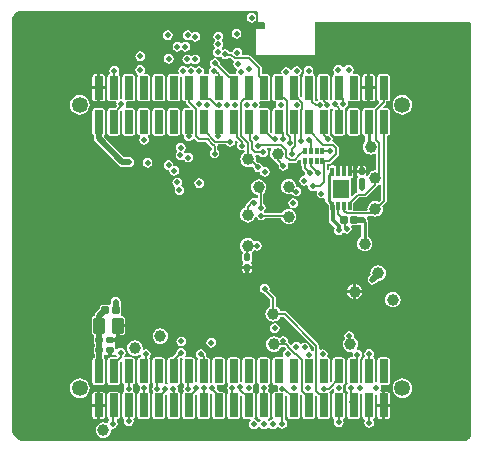
<source format=gbl>
G04 Layer_Physical_Order=4*
G04 Layer_Color=16711680*
%FSLAX24Y24*%
%MOIN*%
G70*
G01*
G75*
G04:AMPARAMS|DCode=11|XSize=23.6mil|YSize=23.6mil|CornerRadius=2.4mil|HoleSize=0mil|Usage=FLASHONLY|Rotation=270.000|XOffset=0mil|YOffset=0mil|HoleType=Round|Shape=RoundedRectangle|*
%AMROUNDEDRECTD11*
21,1,0.0236,0.0189,0,0,270.0*
21,1,0.0189,0.0236,0,0,270.0*
1,1,0.0047,-0.0094,-0.0094*
1,1,0.0047,-0.0094,0.0094*
1,1,0.0047,0.0094,0.0094*
1,1,0.0047,0.0094,-0.0094*
%
%ADD11ROUNDEDRECTD11*%
G04:AMPARAMS|DCode=15|XSize=19.7mil|YSize=23.6mil|CornerRadius=2mil|HoleSize=0mil|Usage=FLASHONLY|Rotation=0.000|XOffset=0mil|YOffset=0mil|HoleType=Round|Shape=RoundedRectangle|*
%AMROUNDEDRECTD15*
21,1,0.0197,0.0197,0,0,0.0*
21,1,0.0157,0.0236,0,0,0.0*
1,1,0.0039,0.0079,-0.0098*
1,1,0.0039,-0.0079,-0.0098*
1,1,0.0039,-0.0079,0.0098*
1,1,0.0039,0.0079,0.0098*
%
%ADD15ROUNDEDRECTD15*%
%ADD19C,0.0060*%
%ADD20C,0.0100*%
%ADD23C,0.0532*%
%ADD24C,0.0200*%
%ADD25C,0.0200*%
G04:AMPARAMS|DCode=26|XSize=78.7mil|YSize=29.1mil|CornerRadius=2.9mil|HoleSize=0mil|Usage=FLASHONLY|Rotation=270.000|XOffset=0mil|YOffset=0mil|HoleType=Round|Shape=RoundedRectangle|*
%AMROUNDEDRECTD26*
21,1,0.0787,0.0233,0,0,270.0*
21,1,0.0729,0.0291,0,0,270.0*
1,1,0.0058,-0.0117,-0.0365*
1,1,0.0058,-0.0117,0.0365*
1,1,0.0058,0.0117,0.0365*
1,1,0.0058,0.0117,-0.0365*
%
%ADD26ROUNDEDRECTD26*%
%ADD27C,0.0394*%
G04:AMPARAMS|DCode=28|XSize=19.7mil|YSize=23.6mil|CornerRadius=2mil|HoleSize=0mil|Usage=FLASHONLY|Rotation=270.000|XOffset=0mil|YOffset=0mil|HoleType=Round|Shape=RoundedRectangle|*
%AMROUNDEDRECTD28*
21,1,0.0197,0.0197,0,0,270.0*
21,1,0.0157,0.0236,0,0,270.0*
1,1,0.0039,-0.0098,-0.0079*
1,1,0.0039,-0.0098,0.0079*
1,1,0.0039,0.0098,0.0079*
1,1,0.0039,0.0098,-0.0079*
%
%ADD28ROUNDEDRECTD28*%
%ADD29R,0.0551X0.0591*%
G04:AMPARAMS|DCode=30|XSize=11.8mil|YSize=29.5mil|CornerRadius=1.2mil|HoleSize=0mil|Usage=FLASHONLY|Rotation=180.000|XOffset=0mil|YOffset=0mil|HoleType=Round|Shape=RoundedRectangle|*
%AMROUNDEDRECTD30*
21,1,0.0118,0.0272,0,0,180.0*
21,1,0.0094,0.0295,0,0,180.0*
1,1,0.0024,-0.0047,0.0136*
1,1,0.0024,0.0047,0.0136*
1,1,0.0024,0.0047,-0.0136*
1,1,0.0024,-0.0047,-0.0136*
%
%ADD30ROUNDEDRECTD30*%
G04:AMPARAMS|DCode=31|XSize=15mil|YSize=19.7mil|CornerRadius=1.5mil|HoleSize=0mil|Usage=FLASHONLY|Rotation=180.000|XOffset=0mil|YOffset=0mil|HoleType=Round|Shape=RoundedRectangle|*
%AMROUNDEDRECTD31*
21,1,0.0150,0.0167,0,0,180.0*
21,1,0.0120,0.0197,0,0,180.0*
1,1,0.0030,-0.0060,0.0083*
1,1,0.0030,0.0060,0.0083*
1,1,0.0030,0.0060,-0.0083*
1,1,0.0030,-0.0060,-0.0083*
%
%ADD31ROUNDEDRECTD31*%
G04:AMPARAMS|DCode=32|XSize=15.4mil|YSize=19.7mil|CornerRadius=1.5mil|HoleSize=0mil|Usage=FLASHONLY|Rotation=180.000|XOffset=0mil|YOffset=0mil|HoleType=Round|Shape=RoundedRectangle|*
%AMROUNDEDRECTD32*
21,1,0.0154,0.0166,0,0,180.0*
21,1,0.0123,0.0197,0,0,180.0*
1,1,0.0031,-0.0061,0.0083*
1,1,0.0031,0.0061,0.0083*
1,1,0.0031,0.0061,-0.0083*
1,1,0.0031,-0.0061,-0.0083*
%
%ADD32ROUNDEDRECTD32*%
G04:AMPARAMS|DCode=33|XSize=11.8mil|YSize=19.7mil|CornerRadius=1.2mil|HoleSize=0mil|Usage=FLASHONLY|Rotation=180.000|XOffset=0mil|YOffset=0mil|HoleType=Round|Shape=RoundedRectangle|*
%AMROUNDEDRECTD33*
21,1,0.0118,0.0173,0,0,180.0*
21,1,0.0094,0.0197,0,0,180.0*
1,1,0.0024,-0.0047,0.0087*
1,1,0.0024,0.0047,0.0087*
1,1,0.0024,0.0047,-0.0087*
1,1,0.0024,-0.0047,-0.0087*
%
%ADD33ROUNDEDRECTD33*%
G04:AMPARAMS|DCode=34|XSize=53.2mil|YSize=37.4mil|CornerRadius=4.7mil|HoleSize=0mil|Usage=FLASHONLY|Rotation=270.000|XOffset=0mil|YOffset=0mil|HoleType=Round|Shape=RoundedRectangle|*
%AMROUNDEDRECTD34*
21,1,0.0532,0.0281,0,0,270.0*
21,1,0.0438,0.0374,0,0,270.0*
1,1,0.0094,-0.0140,-0.0219*
1,1,0.0094,-0.0140,0.0219*
1,1,0.0094,0.0140,0.0219*
1,1,0.0094,0.0140,-0.0219*
%
%ADD34ROUNDEDRECTD34*%
%ADD35C,0.0120*%
G36*
X568Y14549D02*
X8409Y14549D01*
X8445Y14514D01*
X8445Y14192D01*
X8646Y14192D01*
X8681Y14157D01*
Y13982D01*
X8646Y13947D01*
X8366Y13947D01*
Y13081D01*
X10335Y13081D01*
X10335Y14192D01*
X15516Y14193D01*
X15551Y14158D01*
X15548Y509D01*
X15550Y481D01*
X15543Y424D01*
X15525Y371D01*
X15497Y322D01*
X15460Y279D01*
X15415Y245D01*
X15364Y219D01*
X15309Y205D01*
X15281Y203D01*
X665Y203D01*
X621Y203D01*
X535Y220D01*
X453Y254D01*
X380Y302D01*
X318Y365D01*
X269Y438D01*
X235Y519D01*
X218Y605D01*
X218Y649D01*
Y14199D01*
X218Y14234D01*
X232Y14302D01*
X258Y14365D01*
X296Y14423D01*
X345Y14471D01*
X402Y14510D01*
X466Y14536D01*
X534Y14549D01*
X568Y14549D01*
D02*
G37*
%LPC*%
G36*
X11593Y5134D02*
X11402D01*
X11403Y5127D01*
X11429Y5065D01*
X11470Y5011D01*
X11524Y4970D01*
X11586Y4944D01*
X11593Y4943D01*
Y5134D01*
D02*
G37*
G36*
X11905D02*
X11713D01*
Y4943D01*
X11721Y4944D01*
X11783Y4970D01*
X11837Y5011D01*
X11878Y5065D01*
X11904Y5127D01*
X11905Y5134D01*
D02*
G37*
G36*
X11713Y5445D02*
Y5254D01*
X11905D01*
X11904Y5261D01*
X11878Y5324D01*
X11837Y5377D01*
X11783Y5418D01*
X11721Y5444D01*
X11713Y5445D01*
D02*
G37*
G36*
X11593Y5445D02*
X11586Y5444D01*
X11524Y5418D01*
X11470Y5377D01*
X11429Y5324D01*
X11403Y5261D01*
X11402Y5254D01*
X11593D01*
Y5445D01*
D02*
G37*
G36*
X8996Y4140D02*
X8934Y4127D01*
X8881Y4092D01*
X8846Y4039D01*
X8833Y3977D01*
X8846Y3914D01*
X8881Y3861D01*
X8934Y3826D01*
X8996Y3813D01*
X9059Y3826D01*
X9112Y3861D01*
X9147Y3914D01*
X9160Y3977D01*
X9147Y4039D01*
X9112Y4092D01*
X9059Y4127D01*
X8996Y4140D01*
D02*
G37*
G36*
X4014Y3998D02*
X3825D01*
Y3730D01*
X3905D01*
X3947Y3739D01*
X3982Y3762D01*
X4005Y3798D01*
X4014Y3839D01*
Y3998D01*
D02*
G37*
G36*
X3697Y5021D02*
X3634Y5009D01*
X3581Y4974D01*
X3546Y4921D01*
X3534Y4858D01*
Y4766D01*
X3528Y4761D01*
X3484Y4744D01*
X3470Y4753D01*
X3437Y4760D01*
X3248D01*
X3215Y4753D01*
X3188Y4735D01*
X3169Y4707D01*
X3163Y4674D01*
Y4631D01*
X3034Y4502D01*
X2999Y4449D01*
X2986Y4387D01*
Y4384D01*
X2953Y4378D01*
X2917Y4354D01*
X2894Y4319D01*
X2886Y4277D01*
Y3839D01*
X2894Y3798D01*
X2917Y3762D01*
X2953Y3739D01*
X2953Y3739D01*
X2976Y3690D01*
X2970Y3659D01*
Y3501D01*
X2976Y3470D01*
X2986Y3455D01*
Y3367D01*
X2976Y3351D01*
X2970Y3320D01*
Y3163D01*
X2976Y3132D01*
X2986Y3116D01*
Y2991D01*
X2973Y2988D01*
X2943Y2968D01*
X2924Y2939D01*
X2917Y2904D01*
Y2175D01*
X2924Y2140D01*
X2943Y2111D01*
X2973Y2091D01*
X3007Y2084D01*
X3241D01*
X3275Y2091D01*
X3305Y2111D01*
X3325Y2140D01*
X3331Y2175D01*
Y2904D01*
X3325Y2939D01*
X3313Y2956D01*
Y3073D01*
X3316Y3076D01*
X3363Y3095D01*
X3374Y3088D01*
X3405Y3081D01*
X3444D01*
Y3241D01*
X3564D01*
Y3081D01*
X3602D01*
X3633Y3088D01*
X3654Y3101D01*
X3684Y3096D01*
X3708Y3088D01*
X3743Y3035D01*
X3743Y3032D01*
X3708Y2995D01*
X3507D01*
X3473Y2988D01*
X3443Y2968D01*
X3424Y2939D01*
X3417Y2904D01*
Y2175D01*
X3424Y2140D01*
X3443Y2111D01*
X3473Y2091D01*
X3507Y2084D01*
X3741D01*
X3775Y2091D01*
X3805Y2111D01*
X3825Y2140D01*
X3831Y2175D01*
Y2853D01*
X3867Y2888D01*
X3917Y2868D01*
Y2175D01*
X3924Y2140D01*
X3943Y2111D01*
X3959Y2100D01*
X3977Y2052D01*
X3979Y2039D01*
X3968Y2022D01*
X3955Y1960D01*
X3968Y1898D01*
X3971Y1893D01*
X3951Y1832D01*
X3943Y1826D01*
X3924Y1797D01*
X3917Y1762D01*
Y1033D01*
X3924Y998D01*
X3943Y969D01*
X3978Y932D01*
X3965Y870D01*
X3978Y808D01*
X4013Y755D01*
X4066Y719D01*
X4128Y707D01*
X4191Y719D01*
X4244Y755D01*
X4279Y808D01*
X4292Y870D01*
X4279Y932D01*
X4305Y969D01*
X4325Y998D01*
X4331Y1033D01*
Y1762D01*
X4325Y1797D01*
X4305Y1826D01*
X4289Y1837D01*
X4271Y1886D01*
X4269Y1898D01*
X4282Y1960D01*
X4269Y2022D01*
X4260Y2037D01*
X4274Y2085D01*
X4281Y2095D01*
X4305Y2111D01*
X4325Y2140D01*
X4331Y2175D01*
Y2904D01*
X4325Y2939D01*
X4305Y2968D01*
X4275Y2988D01*
X4241Y2995D01*
X4007D01*
X4002Y2994D01*
X3984Y3020D01*
X3977Y3040D01*
X4009Y3088D01*
X4022Y3150D01*
X4009Y3212D01*
X3974Y3265D01*
X3921Y3301D01*
X3859Y3313D01*
X3796Y3301D01*
X3743Y3265D01*
X3734Y3251D01*
X3684Y3266D01*
Y3320D01*
X3677Y3351D01*
X3660Y3378D01*
X3652Y3383D01*
Y3439D01*
X3660Y3444D01*
X3677Y3470D01*
X3684Y3501D01*
Y3520D01*
X3504D01*
Y3640D01*
X3684D01*
Y3659D01*
X3679Y3680D01*
X3697Y3714D01*
X3705Y3723D01*
Y4058D01*
X3765D01*
Y4118D01*
X4014D01*
Y4277D01*
X4005Y4319D01*
X3982Y4354D01*
X3947Y4378D01*
X3905Y4386D01*
X3881D01*
X3872Y4398D01*
X3859Y4436D01*
X3870Y4453D01*
X3877Y4485D01*
Y4674D01*
X3870Y4707D01*
X3860Y4722D01*
Y4858D01*
X3848Y4921D01*
X3812Y4974D01*
X3759Y5009D01*
X3697Y5021D01*
D02*
G37*
G36*
X12933Y5180D02*
X12866Y5171D01*
X12804Y5146D01*
X12750Y5104D01*
X12709Y5051D01*
X12683Y4988D01*
X12674Y4921D01*
X12683Y4854D01*
X12709Y4792D01*
X12750Y4738D01*
X12804Y4697D01*
X12866Y4671D01*
X12933Y4662D01*
X13000Y4671D01*
X13063Y4697D01*
X13116Y4738D01*
X13157Y4792D01*
X13183Y4854D01*
X13192Y4921D01*
X13183Y4988D01*
X13157Y5051D01*
X13116Y5104D01*
X13063Y5146D01*
X13000Y5171D01*
X12933Y5180D01*
D02*
G37*
G36*
X8457Y8928D02*
X8390Y8920D01*
X8327Y8894D01*
X8274Y8852D01*
X8232Y8799D01*
X8206Y8736D01*
X8198Y8669D01*
X8206Y8602D01*
X8232Y8540D01*
X8274Y8486D01*
X8327Y8445D01*
X8390Y8419D01*
X8432Y8413D01*
Y8329D01*
X8388Y8305D01*
X8380Y8311D01*
X8317Y8323D01*
X8255Y8311D01*
X8202Y8275D01*
X8178Y8239D01*
X8026Y8087D01*
X8006Y8057D01*
X7999Y8022D01*
Y7993D01*
X7961Y7978D01*
X7907Y7936D01*
X7866Y7883D01*
X7840Y7820D01*
X7831Y7753D01*
X7840Y7686D01*
X7866Y7624D01*
X7907Y7570D01*
X7961Y7529D01*
X8023Y7503D01*
X8091Y7494D01*
X8158Y7503D01*
X8220Y7529D01*
X8274Y7570D01*
X8315Y7624D01*
X8332Y7665D01*
X8370Y7664D01*
X8385Y7662D01*
X8418Y7611D01*
X8471Y7576D01*
X8534Y7564D01*
X8596Y7576D01*
X8649Y7611D01*
X8665Y7635D01*
X9205D01*
X9206Y7627D01*
X9232Y7565D01*
X9273Y7511D01*
X9327Y7470D01*
X9390Y7444D01*
X9457Y7435D01*
X9524Y7444D01*
X9586Y7470D01*
X9640Y7511D01*
X9681Y7565D01*
X9707Y7627D01*
X9716Y7694D01*
X9707Y7761D01*
X9681Y7824D01*
X9640Y7877D01*
X9586Y7918D01*
X9524Y7944D01*
X9457Y7953D01*
X9390Y7944D01*
X9327Y7918D01*
X9273Y7877D01*
X9232Y7824D01*
X9230Y7819D01*
X8665D01*
X8649Y7842D01*
X8639Y7849D01*
Y7877D01*
X8674Y7930D01*
X8687Y7992D01*
X8674Y8055D01*
X8639Y8107D01*
X8615Y8123D01*
Y8455D01*
X8643Y8483D01*
X8663Y8512D01*
X8664Y8518D01*
X8681Y8540D01*
X8707Y8602D01*
X8716Y8669D01*
X8707Y8736D01*
X8681Y8799D01*
X8640Y8852D01*
X8586Y8894D01*
X8524Y8920D01*
X8457Y8928D01*
D02*
G37*
G36*
X9607Y8303D02*
X9544Y8291D01*
X9491Y8256D01*
X9456Y8203D01*
X9444Y8140D01*
X9456Y8078D01*
X9491Y8025D01*
X9544Y7989D01*
X9607Y7977D01*
X9669Y7989D01*
X9722Y8025D01*
X9757Y8078D01*
X9770Y8140D01*
X9757Y8203D01*
X9722Y8256D01*
X9669Y8291D01*
X9607Y8303D01*
D02*
G37*
G36*
X5738Y8993D02*
X5676Y8981D01*
X5623Y8945D01*
X5588Y8892D01*
X5575Y8830D01*
X5588Y8768D01*
X5623Y8715D01*
X5657Y8692D01*
X5671Y8633D01*
X5666Y8626D01*
X5654Y8563D01*
X5666Y8501D01*
X5702Y8448D01*
X5755Y8413D01*
X5817Y8400D01*
X5880Y8413D01*
X5932Y8448D01*
X5968Y8501D01*
X5980Y8563D01*
X5968Y8626D01*
X5932Y8679D01*
X5898Y8702D01*
X5884Y8760D01*
X5889Y8768D01*
X5902Y8830D01*
X5889Y8892D01*
X5854Y8945D01*
X5801Y8981D01*
X5738Y8993D01*
D02*
G37*
G36*
X9457Y8946D02*
X9390Y8937D01*
X9327Y8912D01*
X9273Y8870D01*
X9232Y8817D01*
X9206Y8754D01*
X9198Y8687D01*
X9206Y8620D01*
X9232Y8558D01*
X9273Y8504D01*
X9327Y8463D01*
X9390Y8437D01*
X9457Y8428D01*
X9524Y8437D01*
X9564Y8453D01*
X9575Y8446D01*
X9600Y8409D01*
X9653Y8373D01*
X9715Y8361D01*
X9777Y8373D01*
X9830Y8409D01*
X9866Y8462D01*
X9878Y8524D01*
X9866Y8586D01*
X9830Y8639D01*
X9777Y8675D01*
X9716Y8687D01*
X9716Y8687D01*
X9707Y8754D01*
X9681Y8817D01*
X9640Y8870D01*
X9586Y8912D01*
X9524Y8937D01*
X9457Y8946D01*
D02*
G37*
G36*
X8014Y5931D02*
X7914D01*
Y5893D01*
X7920Y5862D01*
X7938Y5835D01*
X7964Y5818D01*
X7995Y5812D01*
X8014D01*
Y5931D01*
D02*
G37*
G36*
X12441Y6063D02*
X12374Y6055D01*
X12311Y6029D01*
X12258Y5988D01*
X12217Y5934D01*
X12191Y5871D01*
X12182Y5804D01*
X12188Y5760D01*
X12133Y5705D01*
X12098Y5652D01*
X12085Y5590D01*
X12098Y5528D01*
X12133Y5475D01*
X12186Y5439D01*
X12249Y5427D01*
X12311Y5439D01*
X12364Y5475D01*
X12435Y5546D01*
X12441Y5545D01*
X12508Y5554D01*
X12570Y5580D01*
X12624Y5621D01*
X12665Y5675D01*
X12691Y5737D01*
X12700Y5804D01*
X12691Y5871D01*
X12665Y5934D01*
X12624Y5988D01*
X12570Y6029D01*
X12508Y6055D01*
X12441Y6063D01*
D02*
G37*
G36*
X8093Y6981D02*
X8026Y6973D01*
X7964Y6947D01*
X7910Y6905D01*
X7869Y6852D01*
X7843Y6789D01*
X7834Y6722D01*
X7843Y6655D01*
X7869Y6593D01*
X7909Y6541D01*
X7938Y6502D01*
X7920Y6475D01*
X7914Y6444D01*
Y6247D01*
X7920Y6216D01*
X7938Y6190D01*
Y6147D01*
X7920Y6121D01*
X7914Y6090D01*
Y6051D01*
X8074D01*
X8234D01*
Y6090D01*
X8228Y6121D01*
X8210Y6147D01*
Y6190D01*
X8228Y6216D01*
X8234Y6247D01*
Y6444D01*
X8228Y6475D01*
X8220Y6487D01*
X8223Y6498D01*
X8277Y6539D01*
X8312Y6585D01*
X8336Y6569D01*
X8399Y6557D01*
X8461Y6569D01*
X8514Y6605D01*
X8549Y6658D01*
X8562Y6720D01*
X8549Y6782D01*
X8514Y6835D01*
X8461Y6871D01*
X8399Y6883D01*
X8336Y6871D01*
X8314Y6856D01*
X8277Y6905D01*
X8223Y6947D01*
X8161Y6973D01*
X8093Y6981D01*
D02*
G37*
G36*
X8234Y5931D02*
X8134D01*
Y5812D01*
X8153D01*
X8184Y5818D01*
X8210Y5835D01*
X8228Y5862D01*
X8234Y5893D01*
Y5931D01*
D02*
G37*
G36*
X5177Y3968D02*
X5110Y3959D01*
X5048Y3933D01*
X4994Y3892D01*
X4953Y3838D01*
X4927Y3776D01*
X4918Y3709D01*
X4927Y3642D01*
X4953Y3579D01*
X4994Y3525D01*
X5048Y3484D01*
X5110Y3458D01*
X5177Y3450D01*
X5244Y3458D01*
X5307Y3484D01*
X5360Y3525D01*
X5402Y3579D01*
X5427Y3642D01*
X5436Y3709D01*
X5427Y3776D01*
X5402Y3838D01*
X5360Y3892D01*
X5307Y3933D01*
X5244Y3959D01*
X5177Y3968D01*
D02*
G37*
G36*
X12831Y1338D02*
X12684D01*
Y942D01*
X12741D01*
X12775Y949D01*
X12805Y969D01*
X12825Y998D01*
X12831Y1033D01*
Y1338D01*
D02*
G37*
G36*
X12564D02*
X12417D01*
Y1033D01*
X12424Y998D01*
X12443Y969D01*
X12473Y949D01*
X12507Y942D01*
X12564D01*
Y1338D01*
D02*
G37*
G36*
X11479Y3863D02*
X11416Y3851D01*
X11363Y3815D01*
X11328Y3762D01*
X11315Y3700D01*
X11328Y3638D01*
X11335Y3627D01*
X11333Y3625D01*
X11291Y3572D01*
X11265Y3509D01*
X11257Y3442D01*
X11265Y3375D01*
X11291Y3313D01*
X11333Y3259D01*
X11386Y3218D01*
X11449Y3192D01*
X11516Y3183D01*
X11562Y3189D01*
X11581Y3170D01*
X11596Y3148D01*
X11596Y3146D01*
X11585Y3090D01*
X11594Y3045D01*
X11564Y2995D01*
X11507D01*
X11473Y2988D01*
X11443Y2968D01*
X11424Y2939D01*
X11417Y2904D01*
Y2175D01*
X11424Y2140D01*
X11441Y2114D01*
X11413Y2095D01*
X11378Y2042D01*
X11365Y1980D01*
X11378Y1918D01*
X11413Y1865D01*
X11437Y1849D01*
Y1817D01*
X11424Y1797D01*
X11417Y1762D01*
Y1033D01*
X11424Y998D01*
X11443Y969D01*
X11473Y949D01*
X11507Y942D01*
X11741D01*
X11775Y949D01*
X11805Y969D01*
X11825Y998D01*
X11831Y1033D01*
Y1762D01*
X11829Y1773D01*
X11857Y1818D01*
X11886Y1824D01*
X11921Y1785D01*
X11917Y1762D01*
Y1033D01*
X11924Y998D01*
X11943Y969D01*
X11972Y949D01*
X11973Y949D01*
X11995Y894D01*
X11988Y882D01*
X11975Y820D01*
X11988Y758D01*
X12023Y705D01*
X12076Y669D01*
X12139Y657D01*
X12201Y669D01*
X12254Y705D01*
X12289Y758D01*
X12302Y820D01*
X12289Y882D01*
X12278Y899D01*
X12278Y908D01*
X12296Y963D01*
X12305Y969D01*
X12325Y998D01*
X12331Y1033D01*
Y1762D01*
X12373Y1774D01*
X12373Y1773D01*
X12417Y1731D01*
Y1458D01*
X12564D01*
Y1853D01*
X12543D01*
X12516Y1903D01*
X12519Y1908D01*
X12532Y1970D01*
X12519Y2032D01*
X12518Y2034D01*
X12545Y2084D01*
X12741D01*
X12775Y2091D01*
X12805Y2111D01*
X12825Y2140D01*
X12831Y2175D01*
Y2904D01*
X12825Y2939D01*
X12805Y2968D01*
X12775Y2988D01*
X12741Y2995D01*
X12507D01*
X12473Y2988D01*
X12443Y2968D01*
X12424Y2939D01*
X12417Y2904D01*
Y2209D01*
X12372Y2166D01*
X12368Y2165D01*
X12339Y2167D01*
X12332Y2175D01*
X12331Y2177D01*
Y2904D01*
X12325Y2939D01*
X12305Y2968D01*
X12299Y2972D01*
X12281Y3030D01*
X12282Y3037D01*
X12289Y3048D01*
X12302Y3110D01*
X12289Y3172D01*
X12254Y3225D01*
X12201Y3261D01*
X12139Y3273D01*
X12076Y3261D01*
X12023Y3225D01*
X11988Y3172D01*
X11975Y3110D01*
X11988Y3048D01*
X11991Y3043D01*
X11973Y2990D01*
X11969Y2986D01*
X11943Y2968D01*
X11924Y2939D01*
X11917Y2904D01*
Y2186D01*
X11893Y2160D01*
X11878Y2151D01*
X11835Y2174D01*
X11831Y2202D01*
Y2626D01*
X11833Y2629D01*
X11840Y2664D01*
Y2959D01*
X11864Y2975D01*
X11899Y3028D01*
X11912Y3090D01*
X11899Y3152D01*
X11864Y3205D01*
X11811Y3241D01*
X11756Y3252D01*
X11739Y3277D01*
X11731Y3301D01*
X11740Y3313D01*
X11766Y3375D01*
X11775Y3442D01*
X11766Y3509D01*
X11740Y3572D01*
X11699Y3625D01*
X11645Y3666D01*
X11636Y3670D01*
X11642Y3700D01*
X11629Y3762D01*
X11594Y3815D01*
X11541Y3851D01*
X11479Y3863D01*
D02*
G37*
G36*
X3064Y1853D02*
X3007D01*
X2973Y1846D01*
X2943Y1826D01*
X2924Y1797D01*
X2917Y1762D01*
Y1458D01*
X3064D01*
Y1853D01*
D02*
G37*
G36*
Y1338D02*
X2917D01*
Y1033D01*
X2924Y998D01*
X2943Y969D01*
X2973Y949D01*
X3007Y942D01*
X3064D01*
Y1338D01*
D02*
G37*
G36*
X3741Y1853D02*
X3507D01*
X3473Y1846D01*
X3443Y1826D01*
X3424Y1797D01*
X3417Y1762D01*
Y1033D01*
X3424Y998D01*
X3443Y969D01*
X3466Y954D01*
X3473Y934D01*
X3475Y923D01*
X3478Y897D01*
X3448Y852D01*
X3444Y834D01*
X3440Y829D01*
X3388Y806D01*
X3351Y821D01*
X3283Y830D01*
X3216Y821D01*
X3154Y795D01*
X3100Y754D01*
X3059Y700D01*
X3033Y638D01*
X3024Y571D01*
X3033Y504D01*
X3059Y441D01*
X3100Y388D01*
X3154Y347D01*
X3216Y321D01*
X3283Y312D01*
X3351Y321D01*
X3413Y347D01*
X3467Y388D01*
X3508Y441D01*
X3534Y504D01*
X3543Y571D01*
X3540Y587D01*
X3585Y630D01*
X3598Y627D01*
X3661Y639D01*
X3714Y675D01*
X3749Y728D01*
X3762Y790D01*
X3749Y852D01*
X3723Y892D01*
X3738Y935D01*
X3744Y943D01*
X3775Y949D01*
X3805Y969D01*
X3825Y998D01*
X3831Y1033D01*
Y1762D01*
X3825Y1797D01*
X3805Y1826D01*
X3775Y1846D01*
X3741Y1853D01*
D02*
G37*
G36*
X4331Y3566D02*
X4264Y3557D01*
X4201Y3531D01*
X4148Y3490D01*
X4106Y3437D01*
X4080Y3374D01*
X4072Y3307D01*
X4080Y3240D01*
X4106Y3178D01*
X4148Y3124D01*
X4201Y3083D01*
X4264Y3057D01*
X4331Y3048D01*
X4398Y3057D01*
X4460Y3083D01*
X4488Y3104D01*
X4493Y3103D01*
X4539Y3080D01*
X4546Y3045D01*
X4529Y3003D01*
X4525Y2995D01*
X4507D01*
X4473Y2988D01*
X4443Y2968D01*
X4424Y2939D01*
X4417Y2904D01*
Y2175D01*
X4424Y2140D01*
X4443Y2111D01*
X4473Y2091D01*
X4476Y2090D01*
X4500Y2035D01*
X4498Y2032D01*
X4485Y1970D01*
X4498Y1908D01*
X4502Y1901D01*
X4478Y1847D01*
X4473Y1846D01*
X4443Y1826D01*
X4424Y1797D01*
X4417Y1762D01*
Y1033D01*
X4424Y998D01*
X4443Y969D01*
X4473Y949D01*
X4507Y942D01*
X4741D01*
X4775Y949D01*
X4805Y969D01*
X4825Y998D01*
X4831Y1033D01*
Y1762D01*
X4825Y1797D01*
X4805Y1826D01*
X4788Y1890D01*
X4789Y1892D01*
X4799Y1908D01*
X4812Y1970D01*
X4799Y2032D01*
X4791Y2045D01*
X4790Y2047D01*
X4805Y2111D01*
X4825Y2140D01*
X4831Y2175D01*
Y2904D01*
X4825Y2939D01*
X4805Y2968D01*
X4831Y3011D01*
X4849Y3038D01*
X4862Y3100D01*
X4849Y3162D01*
X4814Y3215D01*
X4761Y3251D01*
X4699Y3263D01*
X4636Y3251D01*
X4632Y3248D01*
X4586Y3277D01*
X4590Y3307D01*
X4581Y3374D01*
X4555Y3437D01*
X4514Y3490D01*
X4460Y3531D01*
X4398Y3557D01*
X4331Y3566D01*
D02*
G37*
G36*
X3331Y1338D02*
X3184D01*
Y942D01*
X3241D01*
X3275Y949D01*
X3305Y969D01*
X3325Y998D01*
X3331Y1033D01*
Y1338D01*
D02*
G37*
G36*
X8658Y5443D02*
X8596Y5431D01*
X8543Y5395D01*
X8508Y5342D01*
X8495Y5280D01*
X8508Y5218D01*
X8543Y5165D01*
X8596Y5129D01*
X8658Y5117D01*
X8670Y5119D01*
X8845Y4944D01*
Y4686D01*
X8807Y4670D01*
X8754Y4629D01*
X8713Y4576D01*
X8687Y4513D01*
X8678Y4446D01*
X8687Y4379D01*
X8713Y4317D01*
X8754Y4263D01*
X8807Y4222D01*
X8870Y4196D01*
X8937Y4187D01*
X9004Y4196D01*
X9067Y4222D01*
X9120Y4263D01*
X9161Y4317D01*
X9177Y4354D01*
X9284D01*
X10287Y3352D01*
Y3235D01*
X10267Y3223D01*
X10237Y3214D01*
X10192Y3244D01*
X10189Y3244D01*
X10156Y3302D01*
X10162Y3330D01*
X10149Y3392D01*
X10114Y3445D01*
X10061Y3481D01*
X9998Y3493D01*
X9936Y3481D01*
X9883Y3445D01*
X9848D01*
X9830Y3472D01*
X9777Y3507D01*
X9715Y3520D01*
X9653Y3507D01*
X9600Y3472D01*
X9572Y3431D01*
X9530Y3425D01*
X9515Y3427D01*
X9513Y3429D01*
X9436Y3507D01*
X9435Y3507D01*
X9442Y3540D01*
X9429Y3602D01*
X9394Y3655D01*
X9341Y3691D01*
X9279Y3703D01*
X9216Y3691D01*
X9163Y3655D01*
X9102Y3654D01*
X9086Y3666D01*
X9024Y3692D01*
X8957Y3701D01*
X8890Y3692D01*
X8827Y3666D01*
X8773Y3625D01*
X8732Y3572D01*
X8706Y3509D01*
X8698Y3442D01*
X8706Y3375D01*
X8732Y3313D01*
X8773Y3259D01*
X8827Y3218D01*
X8890Y3192D01*
X8957Y3183D01*
X9024Y3192D01*
X9086Y3218D01*
X9140Y3259D01*
X9181Y3313D01*
X9197Y3350D01*
X9333D01*
X9363Y3320D01*
X9364Y3316D01*
X9373Y3303D01*
X9370Y3282D01*
X9362Y3253D01*
X9356Y3244D01*
X9313Y3215D01*
X9278Y3162D01*
X9265Y3100D01*
X9278Y3038D01*
X9247Y2994D01*
X9241Y2995D01*
X9007D01*
X8973Y2988D01*
X8943Y2968D01*
X8924Y2939D01*
X8917Y2904D01*
Y2175D01*
X8924Y2140D01*
X8943Y2111D01*
X8973Y2091D01*
X9007Y2084D01*
X9079D01*
X9105Y2034D01*
X9098Y2022D01*
X9085Y1960D01*
X9097Y1903D01*
X9093Y1888D01*
X9074Y1853D01*
X9007D01*
X8973Y1846D01*
X8943Y1826D01*
X8924Y1797D01*
X8917Y1762D01*
Y1033D01*
X8924Y998D01*
X8935Y981D01*
X8933Y971D01*
X8920Y939D01*
X8913Y930D01*
X8866Y921D01*
X8813Y885D01*
X8760Y888D01*
X8753Y895D01*
X8771Y948D01*
X8775Y949D01*
X8805Y969D01*
X8825Y998D01*
X8831Y1033D01*
Y1762D01*
X8825Y1797D01*
X8805Y1826D01*
X8791Y1836D01*
X8773Y1886D01*
X8773Y1898D01*
X8779Y1908D01*
X8792Y1970D01*
X8779Y2032D01*
X8772Y2043D01*
X8793Y2102D01*
X8805Y2111D01*
X8825Y2140D01*
X8831Y2175D01*
Y2904D01*
X8825Y2939D01*
X8805Y2968D01*
X8775Y2988D01*
X8741Y2995D01*
X8507D01*
X8473Y2988D01*
X8443Y2968D01*
X8424Y2939D01*
X8417Y2904D01*
Y2175D01*
X8424Y2140D01*
X8443Y2111D01*
X8462Y2098D01*
X8478Y2061D01*
X8482Y2038D01*
X8478Y2032D01*
X8465Y1970D01*
X8478Y1908D01*
X8483Y1899D01*
X8477Y1867D01*
X8463Y1840D01*
X8443Y1826D01*
X8424Y1797D01*
X8417Y1762D01*
Y1033D01*
X8424Y998D01*
X8443Y969D01*
X8473Y949D01*
X8507Y942D01*
X8508D01*
X8523Y892D01*
X8513Y885D01*
X8492Y854D01*
X8435D01*
X8414Y885D01*
X8361Y921D01*
X8332Y927D01*
X8323Y940D01*
X8313Y981D01*
X8325Y998D01*
X8331Y1033D01*
Y1762D01*
X8325Y1797D01*
X8305Y1826D01*
X8280Y1843D01*
X8274Y1849D01*
X8258Y1901D01*
X8269Y1918D01*
X8282Y1980D01*
X8269Y2042D01*
X8269Y2043D01*
X8290Y2101D01*
X8305Y2111D01*
X8325Y2140D01*
X8331Y2175D01*
Y2904D01*
X8325Y2939D01*
X8305Y2968D01*
X8275Y2988D01*
X8241Y2995D01*
X8007D01*
X7973Y2988D01*
X7943Y2968D01*
X7924Y2939D01*
X7917Y2904D01*
Y2217D01*
X7874Y2182D01*
X7839Y2190D01*
X7831Y2211D01*
Y2904D01*
X7825Y2939D01*
X7805Y2968D01*
X7775Y2988D01*
X7741Y2995D01*
X7507D01*
X7473Y2988D01*
X7443Y2968D01*
X7424Y2939D01*
X7417Y2904D01*
Y2175D01*
X7424Y2140D01*
X7443Y2111D01*
X7429Y2060D01*
X7418Y2042D01*
X7405Y1980D01*
X7418Y1918D01*
X7440Y1884D01*
X7443Y1826D01*
X7424Y1797D01*
X7417Y1762D01*
Y1033D01*
X7424Y998D01*
X7443Y969D01*
X7473Y949D01*
X7507Y942D01*
X7741D01*
X7775Y949D01*
X7805Y969D01*
X7825Y998D01*
X7831Y1033D01*
Y1727D01*
X7881Y1747D01*
X7917Y1712D01*
Y1033D01*
X7924Y998D01*
X7943Y969D01*
X7973Y949D01*
X8007Y942D01*
X8178D01*
X8193Y892D01*
X8183Y885D01*
X8148Y832D01*
X8135Y770D01*
X8148Y708D01*
X8183Y655D01*
X8236Y619D01*
X8299Y607D01*
X8361Y619D01*
X8414Y655D01*
X8435Y686D01*
X8492D01*
X8513Y655D01*
X8566Y619D01*
X8629Y607D01*
X8691Y619D01*
X8744Y655D01*
X8753Y669D01*
X8803D01*
X8813Y655D01*
X8866Y619D01*
X8928Y607D01*
X8991Y619D01*
X9044Y655D01*
X9057Y674D01*
X9117D01*
X9123Y665D01*
X9176Y629D01*
X9238Y617D01*
X9301Y629D01*
X9354Y665D01*
X9389Y718D01*
X9402Y780D01*
X9389Y842D01*
X9354Y895D01*
X9330Y911D01*
Y1027D01*
X9331Y1033D01*
Y1737D01*
X9381Y1757D01*
X9417Y1722D01*
Y1033D01*
X9424Y998D01*
X9443Y969D01*
X9473Y949D01*
X9507Y942D01*
X9741D01*
X9775Y949D01*
X9805Y969D01*
X9825Y998D01*
X9831Y1033D01*
Y1747D01*
X9872Y1768D01*
X9880Y1769D01*
X9917Y1732D01*
Y1033D01*
X9924Y998D01*
X9943Y969D01*
X9973Y949D01*
X10007Y942D01*
X10241D01*
X10275Y949D01*
X10305Y969D01*
X10325Y998D01*
X10331Y1033D01*
Y1727D01*
X10381Y1747D01*
X10417Y1712D01*
Y1033D01*
X10424Y998D01*
X10443Y969D01*
X10473Y949D01*
X10507Y942D01*
X10741D01*
X10775Y949D01*
X10805Y969D01*
X10825Y998D01*
X10831Y1033D01*
Y1762D01*
X10825Y1797D01*
X10808Y1821D01*
X10813Y1849D01*
X10822Y1875D01*
X10824Y1875D01*
X10853Y1895D01*
X10908Y1950D01*
X10963Y1934D01*
X10968Y1908D01*
X10975Y1898D01*
X10974Y1886D01*
X10956Y1835D01*
X10943Y1826D01*
X10924Y1797D01*
X10917Y1762D01*
Y1033D01*
X10924Y998D01*
X10943Y969D01*
X10961Y957D01*
X10978Y914D01*
X10981Y897D01*
X10978Y892D01*
X10965Y830D01*
X10978Y768D01*
X11013Y715D01*
X11066Y679D01*
X11128Y667D01*
X11191Y679D01*
X11244Y715D01*
X11279Y768D01*
X11292Y830D01*
X11279Y892D01*
X11273Y902D01*
X11293Y961D01*
X11305Y969D01*
X11325Y998D01*
X11331Y1033D01*
Y1762D01*
X11325Y1797D01*
X11305Y1826D01*
X11284Y1840D01*
X11272Y1863D01*
X11264Y1899D01*
X11269Y1908D01*
X11282Y1970D01*
X11269Y2032D01*
X11266Y2038D01*
X11271Y2066D01*
X11286Y2098D01*
X11305Y2111D01*
X11325Y2140D01*
X11331Y2175D01*
Y2904D01*
X11325Y2939D01*
X11305Y2968D01*
X11275Y2988D01*
X11241Y2995D01*
X11007D01*
X10973Y2988D01*
X10943Y2968D01*
X10924Y2939D01*
X10917Y2904D01*
Y2218D01*
X10881Y2183D01*
X10831Y2203D01*
Y2904D01*
X10825Y2939D01*
X10805Y2968D01*
X10775Y2988D01*
X10767Y2990D01*
X10741Y3035D01*
X10741Y3045D01*
X10752Y3100D01*
X10739Y3162D01*
X10704Y3215D01*
X10651Y3251D01*
X10589Y3263D01*
X10526Y3251D01*
X10520Y3247D01*
X10470Y3274D01*
Y3390D01*
X10463Y3425D01*
X10443Y3455D01*
X9387Y4511D01*
X9358Y4531D01*
X9322Y4538D01*
X9177D01*
X9161Y4576D01*
X9120Y4629D01*
X9067Y4670D01*
X9029Y4686D01*
Y4982D01*
X9022Y5017D01*
X9002Y5046D01*
X8813Y5235D01*
X8822Y5280D01*
X8809Y5342D01*
X8774Y5395D01*
X8721Y5431D01*
X8658Y5443D01*
D02*
G37*
G36*
X5868Y3313D02*
X5806Y3301D01*
X5753Y3265D01*
X5718Y3212D01*
X5705Y3150D01*
X5711Y3122D01*
X5584Y2995D01*
X5507D01*
X5473Y2988D01*
X5443Y2968D01*
X5424Y2939D01*
X5417Y2904D01*
Y2175D01*
X5423Y2143D01*
X5407Y2121D01*
X5391Y2102D01*
X5351Y2107D01*
X5345Y2115D01*
X5329Y2142D01*
X5327Y2152D01*
X5331Y2175D01*
Y2904D01*
X5325Y2939D01*
X5305Y2968D01*
X5275Y2988D01*
X5241Y2995D01*
X5007D01*
X4973Y2988D01*
X4943Y2968D01*
X4924Y2939D01*
X4917Y2904D01*
Y2175D01*
X4924Y2140D01*
X4943Y2111D01*
X4946Y2049D01*
X4928Y2022D01*
X4915Y1960D01*
X4928Y1898D01*
X4938Y1883D01*
X4943Y1826D01*
X4924Y1797D01*
X4917Y1762D01*
Y1033D01*
X4924Y998D01*
X4943Y969D01*
X4973Y949D01*
X5007Y942D01*
X5241D01*
X5275Y949D01*
X5305Y969D01*
X5325Y998D01*
X5331Y1033D01*
Y1733D01*
X5368Y1770D01*
X5380Y1768D01*
X5412Y1750D01*
X5417Y1744D01*
Y1033D01*
X5424Y998D01*
X5443Y969D01*
X5473Y949D01*
X5507Y942D01*
X5741D01*
X5775Y949D01*
X5805Y969D01*
X5825Y998D01*
X5831Y1033D01*
Y1762D01*
X5825Y1797D01*
X5805Y1826D01*
X5787Y1839D01*
X5759Y1888D01*
X5772Y1950D01*
X5759Y2012D01*
X5744Y2035D01*
X5744Y2037D01*
X5768Y2089D01*
X5775Y2091D01*
X5805Y2111D01*
X5825Y2140D01*
X5831Y2175D01*
Y2904D01*
X5825Y2939D01*
X5814Y2955D01*
X5848Y2991D01*
X5868Y2987D01*
X5900Y2993D01*
X5930Y2948D01*
X5924Y2939D01*
X5917Y2904D01*
Y2175D01*
X5924Y2140D01*
X5943Y2111D01*
X5956Y2102D01*
X5974Y2050D01*
X5974Y2040D01*
X5962Y2021D01*
X5949Y1959D01*
X5962Y1896D01*
X5965Y1892D01*
X5947Y1829D01*
X5943Y1826D01*
X5924Y1797D01*
X5917Y1762D01*
Y1033D01*
X5924Y998D01*
X5943Y969D01*
X5973Y949D01*
X6007Y942D01*
X6241D01*
X6275Y949D01*
X6305Y969D01*
X6325Y998D01*
X6331Y1033D01*
Y1733D01*
X6368Y1770D01*
X6380Y1768D01*
X6417Y1748D01*
Y1033D01*
X6424Y998D01*
X6443Y969D01*
X6473Y949D01*
X6507Y942D01*
X6741D01*
X6775Y949D01*
X6805Y969D01*
X6825Y998D01*
X6831Y1033D01*
Y1762D01*
X6871Y1799D01*
X6881Y1799D01*
X6900Y1780D01*
X6917Y1757D01*
Y1033D01*
X6924Y998D01*
X6943Y969D01*
X6973Y949D01*
X7007Y942D01*
X7241D01*
X7275Y949D01*
X7305Y969D01*
X7325Y998D01*
X7331Y1033D01*
Y1762D01*
X7325Y1797D01*
X7305Y1826D01*
X7275Y1846D01*
X7241Y1853D01*
X7127D01*
X7053Y1928D01*
X7063Y1980D01*
X7052Y2034D01*
X7079Y2084D01*
X7241D01*
X7275Y2091D01*
X7305Y2111D01*
X7325Y2140D01*
X7331Y2175D01*
Y2904D01*
X7325Y2939D01*
X7305Y2968D01*
X7275Y2988D01*
X7241Y2995D01*
X7007D01*
X6973Y2988D01*
X6943Y2968D01*
X6924Y2939D01*
X6917Y2904D01*
Y2191D01*
X6910Y2171D01*
X6883Y2157D01*
X6834Y2179D01*
X6831Y2181D01*
Y2904D01*
X6825Y2939D01*
X6805Y2968D01*
X6775Y2988D01*
X6741Y2995D01*
X6716D01*
Y3004D01*
X6709Y3040D01*
X6689Y3069D01*
X6686Y3072D01*
X6692Y3100D01*
X6679Y3162D01*
X6644Y3215D01*
X6591Y3251D01*
X6528Y3263D01*
X6466Y3251D01*
X6413Y3215D01*
X6378Y3162D01*
X6365Y3100D01*
X6378Y3038D01*
X6413Y2985D01*
X6442Y2966D01*
X6424Y2939D01*
X6417Y2904D01*
Y2202D01*
X6376Y2163D01*
X6349Y2166D01*
X6343Y2169D01*
X6331Y2183D01*
Y2904D01*
X6325Y2939D01*
X6305Y2968D01*
X6275Y2988D01*
X6241Y2995D01*
X6013D01*
X6001Y3011D01*
X5989Y3042D01*
X6019Y3088D01*
X6032Y3150D01*
X6019Y3212D01*
X5984Y3265D01*
X5931Y3301D01*
X5868Y3313D01*
D02*
G37*
G36*
X5870Y3693D02*
X5808Y3681D01*
X5755Y3645D01*
X5719Y3592D01*
X5707Y3530D01*
X5719Y3468D01*
X5755Y3415D01*
X5808Y3379D01*
X5870Y3367D01*
X5932Y3379D01*
X5985Y3415D01*
X6021Y3468D01*
X6033Y3530D01*
X6021Y3592D01*
X5985Y3645D01*
X5932Y3681D01*
X5870Y3693D01*
D02*
G37*
G36*
X6880Y3653D02*
X6818Y3641D01*
X6765Y3605D01*
X6729Y3552D01*
X6717Y3490D01*
X6729Y3428D01*
X6765Y3375D01*
X6818Y3339D01*
X6880Y3327D01*
X6942Y3339D01*
X6995Y3375D01*
X7031Y3428D01*
X7043Y3490D01*
X7031Y3552D01*
X6995Y3605D01*
X6942Y3641D01*
X6880Y3653D01*
D02*
G37*
G36*
X12741Y1853D02*
X12684D01*
Y1458D01*
X12831D01*
Y1762D01*
X12825Y1797D01*
X12805Y1826D01*
X12775Y1846D01*
X12741Y1853D01*
D02*
G37*
G36*
X3241D02*
X3184D01*
Y1458D01*
X3331D01*
Y1762D01*
X3325Y1797D01*
X3305Y1826D01*
X3275Y1846D01*
X3241Y1853D01*
D02*
G37*
G36*
X13249Y2297D02*
X13164Y2286D01*
X13085Y2253D01*
X13016Y2201D01*
X12964Y2133D01*
X12931Y2054D01*
X12920Y1969D01*
X12931Y1883D01*
X12964Y1804D01*
X13016Y1736D01*
X13085Y1684D01*
X13164Y1651D01*
X13249Y1640D01*
X13334Y1651D01*
X13413Y1684D01*
X13481Y1736D01*
X13533Y1804D01*
X13566Y1883D01*
X13577Y1969D01*
X13566Y2054D01*
X13533Y2133D01*
X13481Y2201D01*
X13413Y2253D01*
X13334Y2286D01*
X13249Y2297D01*
D02*
G37*
G36*
X2499D02*
X2414Y2286D01*
X2335Y2253D01*
X2267Y2201D01*
X2215Y2133D01*
X2182Y2054D01*
X2171Y1969D01*
X2182Y1883D01*
X2215Y1804D01*
X2267Y1736D01*
X2335Y1684D01*
X2414Y1651D01*
X2499Y1640D01*
X2584Y1651D01*
X2663Y1684D01*
X2732Y1736D01*
X2784Y1804D01*
X2817Y1883D01*
X2828Y1969D01*
X2817Y2054D01*
X2784Y2133D01*
X2732Y2201D01*
X2663Y2253D01*
X2584Y2286D01*
X2499Y2297D01*
D02*
G37*
G36*
X12064Y12444D02*
X12007D01*
X11973Y12437D01*
X11943Y12417D01*
X11924Y12388D01*
X11917Y12353D01*
Y12048D01*
X12064D01*
Y12444D01*
D02*
G37*
G36*
X3064D02*
X3007D01*
X2973Y12437D01*
X2943Y12417D01*
X2924Y12388D01*
X2917Y12353D01*
Y12048D01*
X3064D01*
Y12444D01*
D02*
G37*
G36*
X12241D02*
X12184D01*
Y12048D01*
X12331D01*
Y12353D01*
X12325Y12388D01*
X12305Y12417D01*
X12275Y12437D01*
X12241Y12444D01*
D02*
G37*
G36*
X3241D02*
X3184D01*
Y12048D01*
X3331D01*
Y12353D01*
X3325Y12388D01*
X3305Y12417D01*
X3275Y12437D01*
X3241Y12444D01*
D02*
G37*
G36*
X5241D02*
X5007D01*
X4973Y12437D01*
X4943Y12417D01*
X4924Y12388D01*
X4917Y12353D01*
Y11624D01*
X4924Y11589D01*
X4943Y11559D01*
X4973Y11540D01*
X5007Y11533D01*
X5241D01*
X5275Y11540D01*
X5305Y11559D01*
X5325Y11589D01*
X5331Y11624D01*
Y12353D01*
X5325Y12388D01*
X5305Y12417D01*
X5275Y12437D01*
X5241Y12444D01*
D02*
G37*
G36*
X4508Y12742D02*
X4445Y12729D01*
X4393Y12694D01*
X4357Y12641D01*
X4345Y12579D01*
X4357Y12516D01*
X4393Y12463D01*
X4411Y12451D01*
X4441Y12420D01*
X4424Y12388D01*
X4417Y12353D01*
Y11624D01*
X4424Y11589D01*
X4443Y11559D01*
X4473Y11540D01*
X4507Y11533D01*
X4741D01*
X4775Y11540D01*
X4805Y11559D01*
X4825Y11589D01*
X4831Y11624D01*
Y12353D01*
X4825Y12388D01*
X4805Y12417D01*
X4775Y12437D01*
X4741Y12444D01*
X4670D01*
X4643Y12494D01*
X4659Y12516D01*
X4671Y12579D01*
X4659Y12641D01*
X4623Y12694D01*
X4570Y12729D01*
X4508Y12742D01*
D02*
G37*
G36*
X12331Y11928D02*
X12184D01*
Y11533D01*
X12241D01*
X12275Y11540D01*
X12305Y11559D01*
X12325Y11589D01*
X12331Y11624D01*
Y11928D01*
D02*
G37*
G36*
X12064D02*
X11917D01*
Y11624D01*
X11924Y11589D01*
X11943Y11559D01*
X11973Y11540D01*
X12007Y11533D01*
X12064D01*
Y11928D01*
D02*
G37*
G36*
X7111Y13855D02*
X7048Y13843D01*
X6995Y13807D01*
X6960Y13754D01*
X6948Y13692D01*
X6960Y13630D01*
X6995Y13577D01*
X6986Y13530D01*
X6963Y13494D01*
X6950Y13432D01*
X6963Y13370D01*
X6998Y13317D01*
X6974Y13289D01*
X6971Y13287D01*
X6936Y13234D01*
X6923Y13172D01*
X6936Y13109D01*
X6971Y13056D01*
X7024Y13021D01*
X7086Y13009D01*
X7149Y13021D01*
X7189Y13048D01*
X7196Y13045D01*
X7231Y12992D01*
X7284Y12957D01*
X7346Y12945D01*
X7409Y12957D01*
X7457Y12989D01*
X7509D01*
X7593Y12905D01*
X7623Y12885D01*
X7626Y12834D01*
X7615Y12780D01*
X7628Y12718D01*
X7663Y12665D01*
X7716Y12629D01*
X7723Y12613D01*
X7727Y12576D01*
X7715Y12520D01*
X7721Y12494D01*
X7682Y12444D01*
X7637D01*
X7624Y12446D01*
X7494D01*
X7159Y12781D01*
X7163Y12800D01*
X7151Y12862D01*
X7115Y12915D01*
X7062Y12951D01*
X7000Y12963D01*
X6938Y12951D01*
X6885Y12915D01*
X6849Y12862D01*
X6837Y12800D01*
X6849Y12738D01*
X6862Y12718D01*
X6852Y12651D01*
X6844Y12645D01*
X6808Y12593D01*
X6796Y12530D01*
X6807Y12476D01*
X6789Y12453D01*
X6768Y12438D01*
X6741Y12444D01*
X6650D01*
X6622Y12494D01*
X6632Y12543D01*
X6619Y12606D01*
X6584Y12659D01*
X6531Y12694D01*
X6468Y12707D01*
X6406Y12694D01*
X6353Y12659D01*
X6324D01*
X6271Y12694D01*
X6209Y12707D01*
X6146Y12694D01*
X6093Y12659D01*
X6044Y12676D01*
X6008Y12701D01*
X5945Y12713D01*
X5883Y12701D01*
X5830Y12665D01*
X5794Y12612D01*
X5782Y12550D01*
X5794Y12487D01*
X5800Y12479D01*
X5788Y12458D01*
X5767Y12438D01*
X5741Y12444D01*
X5507D01*
X5473Y12437D01*
X5443Y12417D01*
X5424Y12388D01*
X5417Y12353D01*
Y11624D01*
X5424Y11589D01*
X5443Y11559D01*
X5473Y11540D01*
X5507Y11533D01*
X5741D01*
X5775Y11540D01*
X5805Y11559D01*
X5825Y11589D01*
X5831Y11624D01*
Y12338D01*
X5858Y12370D01*
X5876Y12383D01*
X5896Y12381D01*
X5917Y12353D01*
Y11624D01*
X5924Y11589D01*
X5943Y11559D01*
X5973Y11540D01*
X6007Y11533D01*
X6032D01*
Y11514D01*
X6039Y11479D01*
X6059Y11450D01*
X6161Y11348D01*
X6141Y11302D01*
X6007D01*
X5973Y11295D01*
X5943Y11275D01*
X5924Y11246D01*
X5917Y11211D01*
Y10482D01*
X5924Y10447D01*
X5943Y10418D01*
X5962Y10405D01*
X5955Y10370D01*
X5968Y10308D01*
X6003Y10255D01*
X6056Y10219D01*
X6119Y10207D01*
X6181Y10219D01*
X6234Y10255D01*
X6256Y10287D01*
X6271Y10293D01*
X6311Y10295D01*
X6315Y10293D01*
X6410Y10199D01*
X6439Y10179D01*
X6475Y10172D01*
X6716D01*
X6835Y10053D01*
X6835Y10053D01*
X6896Y9992D01*
Y9924D01*
X6873Y9909D01*
X6837Y9856D01*
X6825Y9793D01*
X6837Y9731D01*
X6873Y9678D01*
X6926Y9643D01*
X6988Y9630D01*
X7051Y9643D01*
X7104Y9678D01*
X7139Y9731D01*
X7151Y9793D01*
X7139Y9856D01*
X7104Y9909D01*
X7080Y9924D01*
Y10030D01*
X7076Y10047D01*
X7098Y10086D01*
X7111Y10097D01*
X7378D01*
X7395Y10072D01*
X7448Y10037D01*
X7510Y10024D01*
X7573Y10037D01*
X7625Y10072D01*
X7661Y10125D01*
X7673Y10187D01*
X7669Y10209D01*
X7715Y10233D01*
X7777Y10172D01*
X7743Y10121D01*
X7731Y10059D01*
X7743Y9997D01*
X7778Y9944D01*
X7831Y9908D01*
X7894Y9896D01*
X7956Y9908D01*
X7963Y9913D01*
X8005Y9891D01*
X8004Y9842D01*
X7977Y9831D01*
X7923Y9789D01*
X7882Y9736D01*
X7856Y9673D01*
X7847Y9606D01*
X7856Y9539D01*
X7882Y9477D01*
X7923Y9423D01*
X7977Y9382D01*
X8039Y9356D01*
X8106Y9347D01*
X8173Y9356D01*
X8233Y9381D01*
X8244Y9376D01*
X8276Y9350D01*
X8272Y9331D01*
X8285Y9269D01*
X8320Y9216D01*
X8373Y9180D01*
X8435Y9168D01*
X8498Y9180D01*
X8500Y9179D01*
X8511Y9127D01*
X8546Y9074D01*
X8599Y9039D01*
X8662Y9026D01*
X8724Y9039D01*
X8777Y9074D01*
X8812Y9127D01*
X8825Y9190D01*
X8812Y9252D01*
X8777Y9305D01*
X8724Y9340D01*
X8662Y9353D01*
X8599Y9340D01*
X8596Y9341D01*
X8586Y9394D01*
X8551Y9447D01*
X8498Y9482D01*
X8435Y9494D01*
X8415Y9490D01*
X8358Y9548D01*
X8365Y9606D01*
X8357Y9673D01*
X8349Y9691D01*
X8383Y9741D01*
X8472D01*
X8487Y9718D01*
X8540Y9682D01*
X8603Y9670D01*
X8665Y9682D01*
X8718Y9718D01*
X8753Y9771D01*
X8766Y9833D01*
X8753Y9896D01*
X8725Y9938D01*
X8739Y9976D01*
X8747Y9988D01*
X8857D01*
X8882Y9938D01*
X8870Y9922D01*
X8844Y9860D01*
X8835Y9793D01*
X8844Y9725D01*
X8870Y9663D01*
X8911Y9609D01*
X8965Y9568D01*
X9008Y9550D01*
X9010Y9542D01*
X9030Y9512D01*
X9124Y9418D01*
X9118Y9390D01*
X9131Y9327D01*
X9166Y9274D01*
X9219Y9239D01*
X9281Y9227D01*
X9344Y9239D01*
X9397Y9274D01*
X9432Y9327D01*
X9445Y9390D01*
X9433Y9450D01*
X9451Y9475D01*
X9468Y9489D01*
X9498Y9482D01*
X9656D01*
X9691Y9489D01*
X9721Y9509D01*
X9807Y9596D01*
X9857Y9575D01*
Y9449D01*
X9863Y9420D01*
X9879Y9395D01*
X9897Y9384D01*
Y9308D01*
X9904Y9273D01*
X9924Y9244D01*
X10002Y9165D01*
X9995Y9129D01*
X10002Y9098D01*
X9969Y9054D01*
X9964Y9052D01*
X9906Y9041D01*
X9853Y9005D01*
X9818Y8952D01*
X9805Y8890D01*
X9818Y8828D01*
X9853Y8775D01*
X9906Y8739D01*
X9969Y8727D01*
X10031Y8739D01*
X10053Y8754D01*
X10098Y8724D01*
X10095Y8710D01*
X10108Y8648D01*
X10143Y8595D01*
X10196Y8559D01*
X10259Y8547D01*
X10321Y8559D01*
X10366Y8590D01*
X10384Y8592D01*
X10384Y8592D01*
X10406Y8534D01*
X10398Y8522D01*
X10385Y8460D01*
X10398Y8398D01*
X10433Y8345D01*
X10486Y8309D01*
X10548Y8297D01*
X10611Y8309D01*
X10626Y8320D01*
X10676Y8293D01*
Y8220D01*
X10676Y8220D01*
X10685Y8177D01*
X10709Y8141D01*
X10785Y8065D01*
Y7911D01*
X10791Y7883D01*
X10801Y7868D01*
Y7566D01*
X10810Y7519D01*
X10837Y7479D01*
X10996Y7320D01*
X10978Y7292D01*
X10965Y7230D01*
X10978Y7168D01*
X11013Y7115D01*
X11066Y7079D01*
X11128Y7067D01*
X11191Y7079D01*
X11244Y7115D01*
X11279Y7168D01*
X11282Y7169D01*
X11326Y7139D01*
X11388Y7127D01*
X11451Y7139D01*
X11504Y7175D01*
X11539Y7228D01*
X11552Y7290D01*
X11539Y7352D01*
X11532Y7363D01*
X11542Y7388D01*
X11561Y7410D01*
X11740D01*
X11773Y7417D01*
X11788Y7427D01*
X11876D01*
Y7020D01*
X11859Y7013D01*
X11805Y6972D01*
X11764Y6918D01*
X11738Y6856D01*
X11729Y6789D01*
X11738Y6722D01*
X11764Y6659D01*
X11805Y6605D01*
X11859Y6564D01*
X11921Y6538D01*
X11988Y6530D01*
X12055Y6538D01*
X12118Y6564D01*
X12171Y6605D01*
X12213Y6659D01*
X12238Y6722D01*
X12247Y6789D01*
X12238Y6856D01*
X12213Y6918D01*
X12171Y6972D01*
X12118Y7013D01*
X12100Y7020D01*
Y7520D01*
X12100Y7520D01*
X12092Y7563D01*
X12080Y7581D01*
X12082Y7590D01*
X12069Y7652D01*
X12065Y7658D01*
X12092Y7708D01*
X12208D01*
X12240Y7714D01*
X12275Y7700D01*
X12342Y7691D01*
X12410Y7700D01*
X12472Y7726D01*
X12526Y7767D01*
X12567Y7820D01*
X12593Y7883D01*
X12602Y7950D01*
X12593Y8017D01*
X12582Y8044D01*
X12694Y8156D01*
X12714Y8186D01*
X12721Y8221D01*
Y10391D01*
X12741D01*
X12775Y10398D01*
X12805Y10418D01*
X12825Y10447D01*
X12831Y10482D01*
Y11211D01*
X12825Y11246D01*
X12805Y11275D01*
X12775Y11295D01*
X12741Y11302D01*
X12616D01*
X12596Y11348D01*
X12689Y11441D01*
X12709Y11470D01*
X12716Y11506D01*
Y11533D01*
X12741D01*
X12775Y11540D01*
X12805Y11559D01*
X12825Y11589D01*
X12831Y11624D01*
Y12353D01*
X12825Y12388D01*
X12805Y12417D01*
X12775Y12437D01*
X12741Y12444D01*
X12507D01*
X12473Y12437D01*
X12443Y12417D01*
X12424Y12388D01*
X12417Y12353D01*
Y11624D01*
X12424Y11589D01*
X12443Y11559D01*
X12464Y11546D01*
X12475Y11507D01*
X12477Y11488D01*
X12314Y11325D01*
X12294Y11295D01*
X12244Y11301D01*
X12241Y11302D01*
X12007D01*
X11973Y11295D01*
X11943Y11275D01*
X11924Y11246D01*
X11917Y11211D01*
Y10482D01*
X11924Y10447D01*
X11943Y10418D01*
X11973Y10398D01*
X12007Y10391D01*
X12012D01*
Y10208D01*
X12002Y10200D01*
X11961Y10146D01*
X11935Y10084D01*
X11926Y10017D01*
X11935Y9950D01*
X11961Y9887D01*
X12002Y9834D01*
X12055Y9793D01*
X12118Y9767D01*
X12185Y9758D01*
X12252Y9767D01*
X12315Y9793D01*
X12330Y9805D01*
X12380Y9780D01*
Y9266D01*
X12342Y9233D01*
X12342Y9233D01*
X12275Y9224D01*
X12213Y9198D01*
X12159Y9157D01*
X12118Y9103D01*
X12092Y9041D01*
X12092Y9038D01*
X12039Y9019D01*
X12025Y9032D01*
Y9041D01*
X12042Y9068D01*
X12048Y9099D01*
Y9137D01*
X11729D01*
Y9099D01*
X11735Y9068D01*
X11752Y9041D01*
Y8999D01*
X11735Y8972D01*
X11729Y8941D01*
Y8859D01*
X11725Y8843D01*
Y8640D01*
X11738Y8578D01*
X11750Y8559D01*
X11733Y8505D01*
X11704Y8485D01*
X11583Y8364D01*
X11536Y8383D01*
Y8973D01*
X11571Y8985D01*
X11595Y9001D01*
X11611Y9025D01*
X11617Y9053D01*
Y9129D01*
X11496D01*
Y9189D01*
X11436D01*
Y9395D01*
X11421Y9392D01*
X11398Y9377D01*
X11374Y9392D01*
X11359Y9395D01*
Y9189D01*
X11239D01*
Y9395D01*
X11224Y9392D01*
X11201Y9377D01*
X11178Y9392D01*
X11162Y9395D01*
Y9189D01*
X11042D01*
Y9395D01*
X11027Y9392D01*
X11004Y9377D01*
X10981Y9392D01*
X10953Y9398D01*
X10858D01*
X10830Y9392D01*
X10806Y9377D01*
X10791Y9353D01*
X10785Y9325D01*
Y9255D01*
X10770Y9244D01*
X10720Y9269D01*
Y9441D01*
X10720Y9441D01*
X10791D01*
X10826Y9448D01*
X10856Y9468D01*
X11113Y9725D01*
X11133Y9755D01*
X11140Y9790D01*
Y9970D01*
X11133Y10005D01*
X11113Y10035D01*
X10997Y10151D01*
X10968Y10171D01*
X10944Y10176D01*
X10931Y10190D01*
X10922Y10203D01*
X10912Y10228D01*
X10921Y10276D01*
X10909Y10339D01*
X10874Y10391D01*
X10821Y10427D01*
X10830Y10476D01*
X10831Y10482D01*
Y11211D01*
X10825Y11246D01*
X10847Y11289D01*
X10852Y11294D01*
X10868Y11302D01*
X10899Y11299D01*
X10928Y11252D01*
X10924Y11246D01*
X10924Y11246D01*
X10922Y11240D01*
X10917Y11211D01*
Y10482D01*
X10924Y10447D01*
X10943Y10418D01*
X10973Y10398D01*
X11007Y10391D01*
X11241D01*
X11275Y10398D01*
X11305Y10418D01*
X11325Y10447D01*
X11331Y10482D01*
Y11211D01*
X11325Y11246D01*
X11324Y11247D01*
X11331Y11297D01*
X11340Y11305D01*
X11384Y11335D01*
X11419Y11388D01*
X11432Y11450D01*
X11419Y11512D01*
X11416Y11518D01*
X11452Y11554D01*
X11473Y11540D01*
X11507Y11533D01*
X11741D01*
X11775Y11540D01*
X11805Y11559D01*
X11825Y11589D01*
X11831Y11624D01*
Y12353D01*
X11825Y12388D01*
X11805Y12417D01*
X11775Y12437D01*
X11741Y12444D01*
X11620D01*
X11593Y12494D01*
X11609Y12518D01*
X11622Y12580D01*
X11609Y12642D01*
X11574Y12695D01*
X11521Y12731D01*
X11458Y12743D01*
X11396Y12731D01*
X11343Y12695D01*
X11311Y12648D01*
X11291Y12646D01*
X11259Y12653D01*
X11224Y12705D01*
X11171Y12741D01*
X11108Y12753D01*
X11046Y12741D01*
X10993Y12705D01*
X10958Y12652D01*
X10945Y12590D01*
X10958Y12528D01*
X10983Y12490D01*
X10975Y12448D01*
X10973Y12443D01*
X10966Y12432D01*
X10943Y12417D01*
X10924Y12388D01*
X10917Y12353D01*
Y11624D01*
X10924Y11589D01*
X10903Y11562D01*
X10847Y11562D01*
X10844Y11565D01*
X10826Y11596D01*
X10831Y11624D01*
Y12353D01*
X10825Y12388D01*
X10805Y12417D01*
X10775Y12437D01*
X10741Y12444D01*
X10507D01*
X10473Y12437D01*
X10443Y12417D01*
X10424Y12388D01*
X10417Y12353D01*
Y11624D01*
X10421Y11601D01*
X10424Y11551D01*
X10374Y11517D01*
X10328Y11564D01*
Y11606D01*
X10331Y11624D01*
Y12353D01*
X10325Y12388D01*
X10305Y12417D01*
X10289Y12427D01*
X10270Y12478D01*
X10269Y12488D01*
X10282Y12550D01*
X10269Y12612D01*
X10234Y12665D01*
X10181Y12701D01*
X10118Y12713D01*
X10056Y12701D01*
X10003Y12665D01*
X9968Y12612D01*
X9955Y12550D01*
X9968Y12488D01*
X9971Y12483D01*
X9951Y12422D01*
X9943Y12417D01*
X9924Y12388D01*
X9917Y12353D01*
Y11691D01*
X9867Y11671D01*
X9831Y11706D01*
Y12353D01*
X9825Y12388D01*
X9813Y12405D01*
X9844Y12427D01*
X9880Y12479D01*
X9892Y12542D01*
X9880Y12604D01*
X9844Y12657D01*
X9791Y12693D01*
X9729Y12705D01*
X9666Y12693D01*
X9614Y12657D01*
X9578Y12604D01*
X9574Y12582D01*
X9522Y12576D01*
X9495Y12615D01*
X9442Y12651D01*
X9380Y12663D01*
X9317Y12651D01*
X9265Y12615D01*
X9229Y12562D01*
X9217Y12500D01*
X9220Y12482D01*
X9189Y12444D01*
X9007D01*
X8973Y12437D01*
X8943Y12417D01*
X8924Y12388D01*
X8917Y12353D01*
Y11624D01*
X8924Y11589D01*
X8943Y11559D01*
X8973Y11540D01*
X9007Y11533D01*
X9018D01*
X9045Y11483D01*
X9038Y11472D01*
X9025Y11410D01*
X9037Y11352D01*
X9035Y11339D01*
X9015Y11302D01*
X9007D01*
X8973Y11295D01*
X8943Y11275D01*
X8924Y11246D01*
X8917Y11211D01*
Y10492D01*
X8891Y10476D01*
X8868Y10470D01*
X8831Y10507D01*
Y11211D01*
X8825Y11246D01*
X8805Y11275D01*
X8775Y11295D01*
X8741Y11302D01*
X8516D01*
X8497Y11320D01*
X8481Y11348D01*
X8492Y11400D01*
X8479Y11462D01*
X8458Y11494D01*
X8490Y11536D01*
X8507Y11533D01*
X8741D01*
X8775Y11540D01*
X8805Y11559D01*
X8825Y11589D01*
X8831Y11624D01*
Y12353D01*
X8825Y12388D01*
X8805Y12417D01*
X8775Y12437D01*
X8741Y12444D01*
X8560D01*
Y12638D01*
X8553Y12673D01*
X8533Y12703D01*
X8201Y13035D01*
X8171Y13055D01*
X8136Y13062D01*
X7922D01*
X7894Y13112D01*
X7903Y13160D01*
X7891Y13222D01*
X7855Y13275D01*
X7802Y13311D01*
X7740Y13323D01*
X7678Y13311D01*
X7625Y13275D01*
X7589Y13222D01*
X7578Y13166D01*
X7547Y13172D01*
X7495D01*
X7462Y13223D01*
X7409Y13258D01*
X7346Y13271D01*
X7284Y13258D01*
X7280Y13256D01*
X7247Y13263D01*
X7228Y13308D01*
X7229Y13317D01*
X7264Y13370D01*
X7276Y13432D01*
X7264Y13494D01*
X7229Y13547D01*
X7238Y13594D01*
X7261Y13630D01*
X7274Y13692D01*
X7261Y13754D01*
X7226Y13807D01*
X7173Y13843D01*
X7111Y13855D01*
D02*
G37*
G36*
X5423Y13904D02*
X5361Y13892D01*
X5308Y13856D01*
X5273Y13803D01*
X5260Y13741D01*
X5273Y13678D01*
X5308Y13625D01*
X5361Y13590D01*
X5423Y13578D01*
X5486Y13590D01*
X5539Y13625D01*
X5574Y13678D01*
X5587Y13741D01*
X5574Y13803D01*
X5539Y13856D01*
X5486Y13892D01*
X5423Y13904D01*
D02*
G37*
G36*
X6090Y13903D02*
X6028Y13891D01*
X5975Y13855D01*
X5939Y13802D01*
X5927Y13740D01*
X5939Y13678D01*
X5975Y13625D01*
X6028Y13589D01*
X6090Y13577D01*
X6152Y13589D01*
X6196Y13619D01*
X6199Y13618D01*
X6235Y13565D01*
X6288Y13529D01*
X6350Y13517D01*
X6412Y13529D01*
X6465Y13565D01*
X6501Y13618D01*
X6513Y13680D01*
X6501Y13742D01*
X6465Y13795D01*
X6412Y13831D01*
X6350Y13843D01*
X6288Y13831D01*
X6244Y13801D01*
X6241Y13802D01*
X6205Y13855D01*
X6152Y13891D01*
X6090Y13903D01*
D02*
G37*
G36*
X8219Y14483D02*
X8156Y14471D01*
X8103Y14435D01*
X8068Y14382D01*
X8055Y14320D01*
X8068Y14258D01*
X8103Y14205D01*
X8156Y14169D01*
X8219Y14157D01*
X8281Y14169D01*
X8334Y14205D01*
X8369Y14258D01*
X8382Y14320D01*
X8369Y14382D01*
X8334Y14435D01*
X8281Y14471D01*
X8219Y14483D01*
D02*
G37*
G36*
X7720Y13943D02*
X7658Y13931D01*
X7605Y13895D01*
X7569Y13842D01*
X7557Y13780D01*
X7569Y13718D01*
X7605Y13665D01*
X7658Y13629D01*
X7720Y13617D01*
X7782Y13629D01*
X7835Y13665D01*
X7871Y13718D01*
X7883Y13780D01*
X7871Y13842D01*
X7835Y13895D01*
X7782Y13931D01*
X7720Y13943D01*
D02*
G37*
G36*
X4508Y13195D02*
X4445Y13182D01*
X4393Y13147D01*
X4357Y13094D01*
X4345Y13032D01*
X4357Y12969D01*
X4393Y12916D01*
X4445Y12881D01*
X4508Y12868D01*
X4570Y12881D01*
X4623Y12916D01*
X4659Y12969D01*
X4671Y13032D01*
X4659Y13094D01*
X4623Y13147D01*
X4570Y13182D01*
X4508Y13195D01*
D02*
G37*
G36*
X5463Y13116D02*
X5400Y13103D01*
X5347Y13068D01*
X5312Y13015D01*
X5299Y12953D01*
X5312Y12890D01*
X5347Y12837D01*
X5400Y12802D01*
X5463Y12790D01*
X5525Y12802D01*
X5578Y12837D01*
X5613Y12890D01*
X5626Y12953D01*
X5613Y13015D01*
X5578Y13068D01*
X5525Y13103D01*
X5463Y13116D01*
D02*
G37*
G36*
X6014Y13510D02*
X5952Y13498D01*
X5899Y13462D01*
X5898Y13462D01*
X5863D01*
X5810Y13497D01*
X5748Y13510D01*
X5686Y13497D01*
X5633Y13462D01*
X5597Y13409D01*
X5585Y13346D01*
X5597Y13284D01*
X5633Y13231D01*
X5686Y13196D01*
X5748Y13183D01*
X5810Y13196D01*
X5863Y13231D01*
X5864Y13232D01*
X5899D01*
X5952Y13196D01*
X6014Y13184D01*
X6076Y13196D01*
X6129Y13232D01*
X6165Y13285D01*
X6177Y13347D01*
X6165Y13410D01*
X6129Y13462D01*
X6076Y13498D01*
X6014Y13510D01*
D02*
G37*
G36*
X6345Y13093D02*
X6282Y13081D01*
X6247Y13057D01*
X6195Y13045D01*
X6142Y13081D01*
X6080Y13093D01*
X6018Y13081D01*
X5965Y13045D01*
X5929Y12992D01*
X5917Y12930D01*
X5929Y12868D01*
X5965Y12815D01*
X6018Y12779D01*
X6080Y12767D01*
X6142Y12779D01*
X6177Y12803D01*
X6230Y12815D01*
X6282Y12779D01*
X6345Y12767D01*
X6407Y12779D01*
X6460Y12815D01*
X6496Y12868D01*
X6508Y12930D01*
X6496Y12993D01*
X6460Y13046D01*
X6407Y13081D01*
X6345Y13093D01*
D02*
G37*
G36*
X3331Y11928D02*
X3184D01*
Y11533D01*
X3241D01*
X3275Y11540D01*
X3305Y11559D01*
X3325Y11589D01*
X3331Y11624D01*
Y11928D01*
D02*
G37*
G36*
X4754Y9651D02*
X4692Y9639D01*
X4639Y9604D01*
X4603Y9551D01*
X4591Y9488D01*
X4603Y9426D01*
X4639Y9373D01*
X4692Y9337D01*
X4754Y9325D01*
X4816Y9337D01*
X4869Y9373D01*
X4905Y9426D01*
X4917Y9488D01*
X4905Y9551D01*
X4869Y9604D01*
X4816Y9639D01*
X4754Y9651D01*
D02*
G37*
G36*
X11967Y9377D02*
X11948D01*
Y9257D01*
X12048D01*
Y9296D01*
X12042Y9327D01*
X12025Y9353D01*
X11998Y9371D01*
X11967Y9377D01*
D02*
G37*
G36*
X5859Y10153D02*
X5796Y10141D01*
X5743Y10105D01*
X5708Y10052D01*
X5695Y9990D01*
X5708Y9928D01*
X5726Y9901D01*
X5732Y9851D01*
X5722Y9829D01*
X5698Y9792D01*
X5685Y9730D01*
X5698Y9668D01*
X5733Y9615D01*
X5786Y9579D01*
X5849Y9567D01*
X5911Y9579D01*
X5946Y9603D01*
X5958Y9598D01*
X5993Y9545D01*
X6046Y9509D01*
X6108Y9497D01*
X6171Y9509D01*
X6224Y9545D01*
X6259Y9598D01*
X6272Y9660D01*
X6259Y9722D01*
X6224Y9775D01*
X6171Y9811D01*
X6108Y9823D01*
X6046Y9811D01*
X6022Y9795D01*
X5981Y9825D01*
X5975Y9869D01*
X5985Y9891D01*
X6009Y9928D01*
X6022Y9990D01*
X6009Y10052D01*
X5974Y10105D01*
X5921Y10141D01*
X5859Y10153D01*
D02*
G37*
G36*
X3241Y11302D02*
X3007D01*
X2973Y11295D01*
X2943Y11275D01*
X2924Y11246D01*
X2917Y11211D01*
Y10482D01*
X2924Y10447D01*
X2943Y10418D01*
X2961Y10406D01*
Y10297D01*
X2973Y10234D01*
X3009Y10181D01*
X3795Y9395D01*
X3848Y9359D01*
X3911Y9347D01*
X4148D01*
X4211Y9359D01*
X4264Y9395D01*
X4299Y9448D01*
X4312Y9510D01*
X4299Y9572D01*
X4264Y9625D01*
X4211Y9661D01*
X4148Y9673D01*
X3978D01*
X3292Y10360D01*
X3295Y10411D01*
X3305Y10418D01*
X3325Y10447D01*
X3331Y10482D01*
Y11211D01*
X3325Y11246D01*
X3305Y11275D01*
X3275Y11295D01*
X3241Y11302D01*
D02*
G37*
G36*
X5453Y9573D02*
X5390Y9561D01*
X5338Y9525D01*
X5302Y9472D01*
X5290Y9410D01*
X5302Y9347D01*
X5338Y9295D01*
X5390Y9259D01*
X5453Y9247D01*
X5476Y9224D01*
X5475Y9220D01*
X5488Y9158D01*
X5523Y9105D01*
X5576Y9069D01*
X5638Y9057D01*
X5701Y9069D01*
X5754Y9105D01*
X5789Y9158D01*
X5802Y9220D01*
X5789Y9282D01*
X5754Y9335D01*
X5701Y9371D01*
X5639Y9383D01*
X5615Y9406D01*
X5616Y9410D01*
X5604Y9472D01*
X5568Y9525D01*
X5515Y9561D01*
X5453Y9573D01*
D02*
G37*
G36*
X6478Y8963D02*
X6416Y8951D01*
X6363Y8915D01*
X6328Y8862D01*
X6315Y8800D01*
X6328Y8738D01*
X6363Y8685D01*
X6416Y8649D01*
X6478Y8637D01*
X6541Y8649D01*
X6594Y8685D01*
X6629Y8738D01*
X6642Y8800D01*
X6629Y8862D01*
X6594Y8915D01*
X6541Y8951D01*
X6478Y8963D01*
D02*
G37*
G36*
X11829Y9377D02*
X11810D01*
X11779Y9371D01*
X11752Y9353D01*
X11735Y9327D01*
X11729Y9296D01*
Y9257D01*
X11829D01*
Y9377D01*
D02*
G37*
G36*
X11556Y9395D02*
Y9249D01*
X11617D01*
Y9325D01*
X11611Y9353D01*
X11595Y9377D01*
X11571Y9392D01*
X11556Y9395D01*
D02*
G37*
G36*
X2499Y11746D02*
X2414Y11735D01*
X2335Y11702D01*
X2267Y11650D01*
X2215Y11582D01*
X2182Y11502D01*
X2171Y11417D01*
X2182Y11332D01*
X2215Y11253D01*
X2267Y11185D01*
X2335Y11133D01*
X2414Y11100D01*
X2499Y11089D01*
X2584Y11100D01*
X2663Y11133D01*
X2732Y11185D01*
X2784Y11253D01*
X2817Y11332D01*
X2828Y11417D01*
X2817Y11502D01*
X2784Y11582D01*
X2732Y11650D01*
X2663Y11702D01*
X2584Y11735D01*
X2499Y11746D01*
D02*
G37*
G36*
X11741Y11302D02*
X11507D01*
X11473Y11295D01*
X11443Y11275D01*
X11424Y11246D01*
X11417Y11211D01*
Y10482D01*
X11424Y10447D01*
X11443Y10418D01*
X11473Y10398D01*
X11507Y10391D01*
X11741D01*
X11775Y10398D01*
X11805Y10418D01*
X11825Y10447D01*
X11831Y10482D01*
Y11211D01*
X11825Y11246D01*
X11805Y11275D01*
X11775Y11295D01*
X11741Y11302D01*
D02*
G37*
G36*
X3064Y11928D02*
X2917D01*
Y11624D01*
X2924Y11589D01*
X2943Y11559D01*
X2973Y11540D01*
X3007Y11533D01*
X3064D01*
Y11928D01*
D02*
G37*
G36*
X13249Y11746D02*
X13164Y11735D01*
X13085Y11702D01*
X13016Y11650D01*
X12964Y11582D01*
X12931Y11502D01*
X12920Y11417D01*
X12931Y11332D01*
X12964Y11253D01*
X13016Y11185D01*
X13085Y11133D01*
X13164Y11100D01*
X13249Y11089D01*
X13334Y11100D01*
X13413Y11133D01*
X13481Y11185D01*
X13533Y11253D01*
X13566Y11332D01*
X13577Y11417D01*
X13566Y11502D01*
X13533Y11582D01*
X13481Y11650D01*
X13413Y11702D01*
X13334Y11735D01*
X13249Y11746D01*
D02*
G37*
G36*
X3638Y12713D02*
X3576Y12701D01*
X3523Y12665D01*
X3488Y12612D01*
X3475Y12550D01*
X3488Y12488D01*
X3477Y12450D01*
X3465Y12432D01*
X3443Y12417D01*
X3424Y12388D01*
X3417Y12353D01*
Y11624D01*
X3424Y11589D01*
X3443Y11559D01*
X3473Y11540D01*
X3507Y11533D01*
X3695D01*
X3708Y11517D01*
X3726Y11483D01*
X3715Y11430D01*
X3728Y11368D01*
X3735Y11356D01*
X3681Y11302D01*
X3507D01*
X3473Y11295D01*
X3443Y11275D01*
X3424Y11246D01*
X3417Y11211D01*
Y10482D01*
X3424Y10447D01*
X3443Y10418D01*
X3473Y10398D01*
X3507Y10391D01*
X3741D01*
X3775Y10398D01*
X3805Y10418D01*
X3825Y10447D01*
X3831Y10482D01*
Y11193D01*
X3870Y11231D01*
X3909Y11214D01*
X3917Y11208D01*
Y10482D01*
X3924Y10447D01*
X3943Y10418D01*
X3973Y10398D01*
X4007Y10391D01*
X4241D01*
X4275Y10398D01*
X4305Y10418D01*
X4325Y10447D01*
X4331Y10482D01*
Y11211D01*
X4325Y11246D01*
X4305Y11275D01*
X4275Y11295D01*
X4241Y11302D01*
X4045D01*
X4019Y11352D01*
X4029Y11368D01*
X4042Y11430D01*
X4031Y11483D01*
X4049Y11517D01*
X4062Y11533D01*
X4241D01*
X4275Y11540D01*
X4305Y11559D01*
X4325Y11589D01*
X4331Y11624D01*
Y12353D01*
X4325Y12388D01*
X4305Y12417D01*
X4275Y12437D01*
X4241Y12444D01*
X4007D01*
X3973Y12437D01*
X3943Y12417D01*
X3924Y12388D01*
X3917Y12353D01*
Y11659D01*
X3874Y11618D01*
X3843Y11621D01*
X3831Y11635D01*
Y12353D01*
X3825Y12388D01*
X3805Y12417D01*
X3803Y12418D01*
X3785Y12482D01*
X3789Y12488D01*
X3802Y12550D01*
X3789Y12612D01*
X3754Y12665D01*
X3701Y12701D01*
X3638Y12713D01*
D02*
G37*
G36*
X4741Y11302D02*
X4507D01*
X4473Y11295D01*
X4443Y11275D01*
X4424Y11246D01*
X4417Y11211D01*
Y10482D01*
X4424Y10447D01*
X4443Y10418D01*
X4473Y10398D01*
X4487Y10395D01*
X4488Y10395D01*
X4507Y10349D01*
X4507Y10341D01*
X4485Y10308D01*
X4473Y10246D01*
X4485Y10184D01*
X4520Y10131D01*
X4573Y10095D01*
X4636Y10083D01*
X4698Y10095D01*
X4751Y10131D01*
X4787Y10184D01*
X4799Y10246D01*
X4787Y10308D01*
X4763Y10344D01*
X4774Y10393D01*
X4780Y10401D01*
X4805Y10418D01*
X4825Y10447D01*
X4831Y10482D01*
Y11211D01*
X4825Y11246D01*
X4805Y11275D01*
X4775Y11295D01*
X4741Y11302D01*
D02*
G37*
G36*
X5241D02*
X5007D01*
X4973Y11295D01*
X4943Y11275D01*
X4924Y11246D01*
X4917Y11211D01*
Y10482D01*
X4924Y10447D01*
X4943Y10418D01*
X4973Y10398D01*
X5007Y10391D01*
X5241D01*
X5275Y10398D01*
X5305Y10418D01*
X5325Y10447D01*
X5331Y10482D01*
Y11211D01*
X5325Y11246D01*
X5305Y11275D01*
X5275Y11295D01*
X5241Y11302D01*
D02*
G37*
G36*
X5741D02*
X5507D01*
X5473Y11295D01*
X5443Y11275D01*
X5424Y11246D01*
X5417Y11211D01*
Y10482D01*
X5424Y10447D01*
X5443Y10418D01*
X5473Y10398D01*
X5507Y10391D01*
X5741D01*
X5775Y10398D01*
X5805Y10418D01*
X5825Y10447D01*
X5831Y10482D01*
Y11211D01*
X5825Y11246D01*
X5805Y11275D01*
X5775Y11295D01*
X5741Y11302D01*
D02*
G37*
%LPD*%
G36*
X12538Y8737D02*
Y8259D01*
X12459Y8180D01*
X12410Y8200D01*
X12342Y8209D01*
X12275Y8200D01*
X12213Y8174D01*
X12159Y8133D01*
X12118Y8080D01*
X12092Y8017D01*
X12083Y7950D01*
X12086Y7929D01*
X12053Y7892D01*
X11633D01*
X11617Y7911D01*
Y8138D01*
X11807Y8328D01*
X12009D01*
X12044Y8335D01*
X12073Y8355D01*
X12413Y8695D01*
X12433Y8725D01*
X12435Y8734D01*
X12472Y8749D01*
X12488Y8761D01*
X12538Y8737D01*
D02*
G37*
D11*
X3342Y4580D02*
D03*
X3697D02*
D03*
X11291Y7590D02*
D03*
X11646D02*
D03*
D15*
X11889Y9197D02*
D03*
Y8843D02*
D03*
X8074Y5991D02*
D03*
Y6346D02*
D03*
D19*
X7000Y12800D02*
X7010D01*
X7547Y13081D02*
X7658Y12970D01*
X7819D01*
X7819Y12970D02*
X8136D01*
X7819Y12970D02*
X7819Y12970D01*
X9888Y1890D02*
Y2925D01*
Y1890D02*
X10124Y1654D01*
X10379Y1880D02*
Y3390D01*
X10628Y1960D02*
X10789D01*
X11529Y1633D02*
Y1980D01*
X6624Y2796D02*
Y3004D01*
X6528Y3100D02*
X6624Y3004D01*
X8468Y12380D02*
Y12638D01*
X8136Y12970D02*
X8468Y12638D01*
X7342Y13081D02*
X7547D01*
X6112Y1959D02*
Y2440D01*
X6378Y1910D02*
Y1978D01*
X6069Y2484D02*
X6112Y2440D01*
X6124Y1656D02*
X6378Y1910D01*
X5624Y2906D02*
X5868Y3150D01*
X5609Y1950D02*
X5624Y1934D01*
X5078Y1960D02*
Y2494D01*
X5339Y1870D02*
Y1940D01*
X5124Y1656D02*
X5339Y1870D01*
X9238Y780D02*
Y1283D01*
X9309Y1960D02*
X9589Y1680D01*
X7849Y1910D02*
Y2000D01*
Y1910D02*
X8124Y1634D01*
X7569Y1462D02*
Y1980D01*
Y1462D02*
X7628Y1402D01*
X6900Y1951D02*
X7128Y1722D01*
X6900Y1951D02*
Y1980D01*
X7010Y12800D02*
X7456Y12354D01*
X10259Y8710D02*
X10489D01*
X8197Y9579D02*
X8435Y9340D01*
X8106Y9488D02*
X8197Y9579D01*
X6754Y10264D02*
X6900Y10118D01*
Y10118D02*
X6988Y10030D01*
Y9793D02*
Y10030D01*
X7010Y10189D02*
X7498D01*
X6668Y10530D02*
X7010Y10189D01*
X6368Y10370D02*
X6475Y10264D01*
X7498Y10189D02*
X7500Y10187D01*
X6475Y10264D02*
X6754D01*
X7510Y10187D02*
X7510D01*
X7608Y10620D02*
X7677D01*
X7735Y10343D02*
X7894Y10185D01*
X7677Y10620D02*
X7735Y10562D01*
Y10343D02*
Y10562D01*
X7874Y10374D02*
Y11506D01*
X8101Y10149D02*
X8106Y10144D01*
X7874Y10374D02*
X8100Y10148D01*
X8169Y10251D02*
Y10710D01*
Y10251D02*
X8226Y10194D01*
Y9943D02*
Y10194D01*
X7894Y10059D02*
Y10185D01*
X8079Y10801D02*
X8169Y10710D01*
X8106Y9606D02*
Y10144D01*
X8226Y9943D02*
X8337Y9833D01*
X8603D01*
X10190Y9388D02*
X10418Y9160D01*
X8106Y9488D02*
Y9606D01*
X8124Y11756D02*
Y11988D01*
X7874Y11506D02*
X8124Y11756D01*
X7456Y12354D02*
X7624D01*
X9914Y11286D02*
Y11493D01*
X9696Y11711D02*
X9914Y11493D01*
X9696Y11711D02*
X9729Y11744D01*
X9869Y11241D02*
X9914Y11286D01*
X10932Y10086D02*
X11049Y9970D01*
X10612Y10086D02*
X10932D01*
X10362Y11400D02*
X10487D01*
X10124Y11988D02*
X10236Y11876D01*
Y11526D02*
Y11876D01*
Y11526D02*
X10362Y11400D01*
X10624Y11531D02*
Y11988D01*
Y11531D02*
X10738Y11418D01*
X10748D01*
X6368Y10370D02*
Y11270D01*
X6124Y11514D02*
X6368Y11270D01*
X11509Y1513D02*
X11579Y1583D01*
X11124Y2296D02*
Y2539D01*
X10789Y1960D02*
X11124Y2296D01*
X10624Y1398D02*
Y1634D01*
X10379Y1880D02*
X10624Y1634D01*
X11509Y1513D02*
X11624Y1398D01*
X11102Y7766D02*
X11288Y7580D01*
X10124Y1398D02*
Y1654D01*
X12629Y8221D02*
Y10846D01*
X12208Y7800D02*
X12629Y8221D01*
X12624Y10846D02*
X12629D01*
X12349Y8760D02*
Y8980D01*
X12472Y9103D01*
Y10136D01*
X11102Y7766D02*
Y8047D01*
X11299Y7889D02*
Y8047D01*
X11496D02*
Y8148D01*
X11768Y8420D01*
X12009D01*
X12349Y8760D01*
X11388Y7800D02*
X12208D01*
X11299Y7889D02*
X11388Y7800D01*
X9118Y10841D02*
X9124Y10846D01*
X9118Y10820D02*
Y10841D01*
X4124Y874D02*
X4128Y870D01*
X4124Y874D02*
Y1398D01*
X12378Y10229D02*
X12472Y10136D01*
X8074Y6346D02*
Y6703D01*
X8093Y6722D01*
X11338Y7290D02*
X11388D01*
X11338D02*
Y7543D01*
X11291Y7590D02*
X11338Y7543D01*
X8937Y4446D02*
Y4982D01*
X11516Y3442D02*
Y3663D01*
X11479Y3700D02*
X11516Y3663D01*
X3624Y2539D02*
Y2776D01*
X3859Y3010D01*
Y3150D01*
X5624Y2539D02*
Y2906D01*
Y1398D02*
Y1934D01*
X5078Y2494D02*
X5124Y2539D01*
Y1398D02*
Y1656D01*
X4624Y1398D02*
Y1946D01*
X4649Y1970D01*
X6069Y2484D02*
X6124Y2539D01*
Y1398D02*
Y1656D01*
X6639Y1412D02*
Y1970D01*
X6624Y1398D02*
X6639Y1412D01*
X7067Y1661D02*
X7128Y1722D01*
X7124Y1398D02*
X7124Y1718D01*
X7067Y1661D02*
X7124Y1718D01*
X7624Y1398D02*
X7628Y1402D01*
X11529Y1633D02*
X11579Y1583D01*
X6624Y2539D02*
Y2796D01*
X4119Y1960D02*
Y2534D01*
X8124Y1398D02*
Y1634D01*
X3598Y790D02*
Y1372D01*
X3624Y1398D01*
X8629Y1402D02*
Y1970D01*
X8624Y1398D02*
X8629Y1402D01*
X12139Y2554D02*
Y3110D01*
X11624Y2539D02*
X11748Y2664D01*
Y3090D01*
X12139Y820D02*
Y1383D01*
X12124Y1398D02*
X12139Y1383D01*
X3638Y12003D02*
Y12550D01*
X3624Y10846D02*
Y11116D01*
X3878Y11370D01*
X11124Y10846D02*
Y11304D01*
Y834D02*
Y1398D01*
Y834D02*
X11128Y830D01*
X9624Y11848D02*
Y11988D01*
Y11848D02*
X9729Y11744D01*
X3878Y11370D02*
Y11430D01*
X8624Y11988D02*
Y12224D01*
X8468Y12380D02*
X8624Y12224D01*
X8093Y6722D02*
X8376D01*
X8079Y10801D02*
X8124Y10846D01*
X7624Y11988D02*
Y12354D01*
X9438Y7670D02*
X9449Y7680D01*
X8957Y3442D02*
X9371D01*
X8937Y4446D02*
X9322D01*
X10379Y3390D01*
X9371Y3442D02*
X9449Y3364D01*
Y3351D02*
Y3364D01*
X11008Y11420D02*
X11124Y11304D01*
Y11764D02*
Y11988D01*
Y11764D02*
X11269Y11620D01*
Y11450D02*
Y11620D01*
X12378Y10229D02*
Y11260D01*
X12624Y11506D01*
Y11988D01*
X7034Y12525D02*
X7124Y12434D01*
Y11988D02*
Y12434D01*
X9248Y1960D02*
X9309D01*
X9589Y1640D02*
Y1680D01*
X9124Y1398D02*
X9238Y1283D01*
X8624Y10584D02*
Y10846D01*
Y10584D02*
X8924Y10285D01*
X8091Y7753D02*
Y8022D01*
X8268Y8200D01*
X6629Y11710D02*
Y11840D01*
X6719Y11620D02*
X6843D01*
X6629Y11710D02*
X6719Y11620D01*
X6843D02*
X7083Y11380D01*
X6668Y10530D02*
Y10720D01*
X6124Y11514D02*
Y11988D01*
X11008Y11420D02*
Y11430D01*
X8658Y5260D02*
Y5280D01*
Y5260D02*
X8937Y4982D01*
X4699Y2614D02*
Y3100D01*
X4624Y2539D02*
X4699Y2614D01*
X8924Y10285D02*
X8928Y10290D01*
X9124Y11674D02*
X9168Y11630D01*
X9288D01*
X9124Y11674D02*
Y11988D01*
X9288Y11630D02*
X9388Y11530D01*
X10489Y8710D02*
X10628Y8850D01*
X10190Y9388D02*
Y9533D01*
X10584D02*
X10628Y9488D01*
X10584Y9533D02*
X10791D01*
X10172Y10256D02*
X10190Y10238D01*
Y9887D02*
Y10238D01*
X9620Y8524D02*
X9715D01*
X9457Y8687D02*
X9620Y8524D01*
X9624Y10846D02*
X9679Y10791D01*
X10624Y10404D02*
Y10846D01*
Y10404D02*
X10752Y10276D01*
X8435Y9331D02*
Y9340D01*
X9118Y10610D02*
X9258Y10470D01*
X9388Y10432D02*
X9489Y10331D01*
X9388Y10432D02*
Y11530D01*
X10628Y8850D02*
Y9488D01*
X10418Y9150D02*
Y9160D01*
X9988Y9497D02*
X10009Y9518D01*
X9988Y9308D02*
Y9497D01*
X8425Y10039D02*
X8465Y10079D01*
X9094Y9577D02*
X9281Y9390D01*
X9094Y9577D02*
Y9793D01*
X9966Y9887D02*
X9993D01*
X8465Y10079D02*
X9213D01*
X10138Y10256D02*
X10172D01*
X8928Y10290D02*
X8999D01*
X9258D02*
Y10470D01*
X9679Y10034D02*
Y10791D01*
X11049Y9790D02*
Y9970D01*
X10791Y9533D02*
X11049Y9790D01*
X10584Y9887D02*
X10841D01*
X10124Y10574D02*
X10612Y10086D01*
X10752Y10276D02*
X10758D01*
X9869Y10210D02*
Y11241D01*
X9489Y10153D02*
Y10331D01*
X9577Y9931D02*
X9679Y10034D01*
X9816Y9737D02*
X9966Y9887D01*
X9988Y9308D02*
X10159Y9138D01*
Y9129D02*
Y9138D01*
X9381Y9691D02*
Y9911D01*
Y9691D02*
X9498Y9574D01*
X9656D01*
X9816Y9734D02*
Y9737D01*
X9656Y9574D02*
X9816Y9734D01*
X9213Y10079D02*
X9381Y9911D01*
X9577Y9764D02*
Y9931D01*
X9686Y3127D02*
X9888Y2925D01*
X9449Y3351D02*
X9673Y3127D01*
X9686D01*
X8309Y8160D02*
X8317D01*
X8268Y8200D02*
X8309Y8160D01*
X8457Y8669D02*
X8579Y8547D01*
X8524Y8493D02*
X8579Y8547D01*
X8524Y7992D02*
Y8493D01*
X9304Y7727D02*
X9343Y7766D01*
X8534Y7727D02*
X9304D01*
X9343Y7766D02*
X9438Y7670D01*
D20*
X11918Y7590D02*
X11988Y7520D01*
Y6789D02*
Y7520D01*
X12124Y10078D02*
Y10846D01*
Y10078D02*
X12185Y10017D01*
X10789Y8220D02*
X10908Y8100D01*
X10789Y8220D02*
Y9072D01*
X10906Y9189D01*
D23*
X13249Y11417D02*
D03*
X2499D02*
D03*
Y1969D02*
D03*
X13249D02*
D03*
D24*
X6090Y13740D02*
D03*
X6350Y13680D02*
D03*
X7086Y13172D02*
D03*
X6080Y12930D02*
D03*
X6345Y12930D02*
D03*
X6209Y12543D02*
D03*
X6468D02*
D03*
X5463Y12953D02*
D03*
X5423Y13741D02*
D03*
X5260Y14450D02*
D03*
X5945Y12550D02*
D03*
X5748Y13346D02*
D03*
X7475Y13879D02*
D03*
X7111Y13692D02*
D03*
X7480Y12874D02*
D03*
Y13386D02*
D03*
X7880Y13568D02*
D03*
X7346Y13108D02*
D03*
X7000Y12800D02*
D03*
X6959Y12530D02*
D03*
X7740Y13160D02*
D03*
X6720Y14140D02*
D03*
X7491Y13628D02*
D03*
X6190Y14450D02*
D03*
X7720Y13780D02*
D03*
X7939Y13960D02*
D03*
X10108Y1980D02*
D03*
X10589Y3100D02*
D03*
X9628Y1970D02*
D03*
X9428Y3100D02*
D03*
X10628Y1960D02*
D03*
X11119Y1970D02*
D03*
X11529Y1980D02*
D03*
X11839Y1990D02*
D03*
X12749Y1970D02*
D03*
X12369D02*
D03*
X8119Y1980D02*
D03*
X5870Y3530D02*
D03*
X6880Y3490D02*
D03*
X7113Y13432D02*
D03*
X4754Y9488D02*
D03*
X5210Y13900D02*
D03*
X5699Y13906D02*
D03*
X6014Y13347D02*
D03*
X7778Y12780D02*
D03*
X7879Y12520D02*
D03*
X8138Y12621D02*
D03*
X4508Y13032D02*
D03*
Y12579D02*
D03*
X6112Y1959D02*
D03*
X6378Y1978D02*
D03*
X5868Y3150D02*
D03*
X5609Y1950D02*
D03*
X5078Y1960D02*
D03*
X5738Y8830D02*
D03*
X5638Y9220D02*
D03*
X5817Y8563D02*
D03*
X6478Y8800D02*
D03*
X5339Y1940D02*
D03*
X9708Y370D02*
D03*
X9238Y780D02*
D03*
X7849Y2000D02*
D03*
X7569Y1980D02*
D03*
X6900D02*
D03*
X9969Y8890D02*
D03*
X10259Y8710D02*
D03*
X6988Y9793D02*
D03*
X7510Y10187D02*
D03*
X7894Y10059D02*
D03*
X10548Y8460D02*
D03*
X7480Y12598D02*
D03*
X9498Y12953D02*
D03*
X10039D02*
D03*
X8563Y14075D02*
D03*
Y12923D02*
D03*
X8957D02*
D03*
X7099Y10390D02*
D03*
X9724Y11407D02*
D03*
X9189Y11410D02*
D03*
X10487Y11400D02*
D03*
X10748Y11418D02*
D03*
X10118Y12550D02*
D03*
X8328Y11400D02*
D03*
X8069Y11424D02*
D03*
X7659Y11420D02*
D03*
X7398Y11410D02*
D03*
X8219Y14320D02*
D03*
X5720Y14450D02*
D03*
X15291Y11265D02*
D03*
Y2249D02*
D03*
X527Y1973D02*
D03*
Y11619D02*
D03*
X14545Y14027D02*
D03*
X2104Y375D02*
D03*
X1119D02*
D03*
X14308D02*
D03*
X13245D02*
D03*
X13753Y14042D02*
D03*
X14308Y12580D02*
D03*
X14348Y10178D02*
D03*
Y7816D02*
D03*
Y5257D02*
D03*
Y3288D02*
D03*
Y966D02*
D03*
X1552Y808D02*
D03*
Y3131D02*
D03*
Y5099D02*
D03*
Y7658D02*
D03*
Y10021D02*
D03*
X1513Y12422D02*
D03*
X2018Y14370D02*
D03*
X1280D02*
D03*
X3150Y5118D02*
D03*
Y6693D02*
D03*
X3108Y8690D02*
D03*
X5364Y7382D02*
D03*
X4134Y8465D02*
D03*
X4183Y7382D02*
D03*
X4839Y4160D02*
D03*
X7749Y3950D02*
D03*
X7879Y5320D02*
D03*
X7234Y6004D02*
D03*
X8928Y770D02*
D03*
X8299D02*
D03*
X11918Y7590D02*
D03*
X11889Y8640D02*
D03*
X4148Y9510D02*
D03*
X11458Y12580D02*
D03*
X11108Y12590D02*
D03*
X3697Y4858D02*
D03*
X4128Y870D02*
D03*
X10709Y14052D02*
D03*
X11082D02*
D03*
X11455D02*
D03*
X11829D02*
D03*
X10443Y13287D02*
D03*
X11455Y13520D02*
D03*
X10453Y13789D02*
D03*
X11158Y12930D02*
D03*
X11809D02*
D03*
X15268Y12920D02*
D03*
X12612D02*
D03*
X15268Y13510D02*
D03*
X12258D02*
D03*
X15268Y14042D02*
D03*
X13005D02*
D03*
X12632D02*
D03*
X12258D02*
D03*
X7818Y5990D02*
D03*
X8069Y5710D02*
D03*
X4770Y14450D02*
D03*
X4409Y14272D02*
D03*
X4849Y13859D02*
D03*
X3239Y12700D02*
D03*
X2558Y13120D02*
D03*
X2608Y14370D02*
D03*
X3888Y14419D02*
D03*
X517Y12419D02*
D03*
Y13145D02*
D03*
X518Y13870D02*
D03*
X591Y14370D02*
D03*
X527Y10792D02*
D03*
Y10065D02*
D03*
Y9339D02*
D03*
Y8612D02*
D03*
Y7752D02*
D03*
Y7025D02*
D03*
Y6299D02*
D03*
Y5572D02*
D03*
Y4872D02*
D03*
Y4145D02*
D03*
Y3419D02*
D03*
Y2692D02*
D03*
X537Y589D02*
D03*
Y1315D02*
D03*
X5212Y370D02*
D03*
X4485D02*
D03*
X3758D02*
D03*
X2979D02*
D03*
X8162D02*
D03*
X7435D02*
D03*
X6708D02*
D03*
X5982D02*
D03*
X11162D02*
D03*
X10435D02*
D03*
X8982D02*
D03*
X15177Y394D02*
D03*
X12519Y380D02*
D03*
X11792D02*
D03*
X15318Y2970D02*
D03*
Y1517D02*
D03*
Y790D02*
D03*
X15298Y5820D02*
D03*
Y5093D02*
D03*
Y4367D02*
D03*
Y3640D02*
D03*
Y8820D02*
D03*
Y8093D02*
D03*
Y7367D02*
D03*
Y6640D02*
D03*
X15328Y12090D02*
D03*
X15288Y10317D02*
D03*
Y9590D02*
D03*
X12249Y4340D02*
D03*
X12948Y9000D02*
D03*
X12938Y7660D02*
D03*
X12909Y6150D02*
D03*
X5358Y6470D02*
D03*
X4419Y5600D02*
D03*
X3399Y11420D02*
D03*
X10639Y12630D02*
D03*
X11868Y11420D02*
D03*
X12399Y8460D02*
D03*
X11868Y8130D02*
D03*
X3839Y1970D02*
D03*
X3108D02*
D03*
X2884Y9931D02*
D03*
X11319Y4210D02*
D03*
X11299Y6750D02*
D03*
X11308Y5500D02*
D03*
X11388Y7290D02*
D03*
X11479Y3700D02*
D03*
X3859Y3150D02*
D03*
X4649Y1970D02*
D03*
X6639D02*
D03*
X8629D02*
D03*
X12139Y3110D02*
D03*
X11748Y3090D02*
D03*
X4119Y1960D02*
D03*
X3598Y790D02*
D03*
X12139Y820D02*
D03*
X3638Y12550D02*
D03*
X11269Y11450D02*
D03*
X12249Y5590D02*
D03*
X11128Y830D02*
D03*
X8629Y770D02*
D03*
X11128Y7230D02*
D03*
X3878Y11430D02*
D03*
X4163Y9921D02*
D03*
X8399Y6720D02*
D03*
X9919Y12720D02*
D03*
X9279Y3540D02*
D03*
X9998Y3330D02*
D03*
X10129Y3093D02*
D03*
X9248Y1960D02*
D03*
X9729Y12542D02*
D03*
X6738Y11410D02*
D03*
X6528Y3100D02*
D03*
X11008Y11430D02*
D03*
X8658Y5280D02*
D03*
X7294Y8396D02*
D03*
X7234Y5315D02*
D03*
X6119Y10370D02*
D03*
X6108Y9660D02*
D03*
X5859Y9990D02*
D03*
X5849Y9730D02*
D03*
X5453Y9410D02*
D03*
X9380Y12500D02*
D03*
X5709Y8071D02*
D03*
X3909Y13140D02*
D03*
X4636Y10246D02*
D03*
X4560Y13570D02*
D03*
X4724Y9055D02*
D03*
X4699Y3100D02*
D03*
X6478Y11430D02*
D03*
X7118Y11410D02*
D03*
X7303Y6919D02*
D03*
X9607Y8140D02*
D03*
X9715Y8524D02*
D03*
X9281Y9390D02*
D03*
X8435Y9331D02*
D03*
X8603Y9833D02*
D03*
X10418Y9150D02*
D03*
X8425Y10039D02*
D03*
X8368Y10320D02*
D03*
X10138Y10256D02*
D03*
X8999Y10290D02*
D03*
X9258D02*
D03*
X10841Y9887D02*
D03*
X10758Y10276D02*
D03*
X9869Y10210D02*
D03*
X9489Y10153D02*
D03*
X9577Y9764D02*
D03*
X10159Y9129D02*
D03*
X9715Y3356D02*
D03*
X8996Y3977D02*
D03*
X8662Y9190D02*
D03*
X8317Y8160D02*
D03*
X8524Y7992D02*
D03*
X8534Y7727D02*
D03*
D25*
X11646Y7590D02*
X11918D01*
X11889Y8640D02*
Y8843D01*
X3697Y4580D02*
Y4858D01*
X3150Y3580D02*
Y4387D01*
Y3241D02*
Y3580D01*
Y2565D02*
Y3241D01*
Y4387D02*
X3342Y4580D01*
X3124Y2539D02*
X3150Y2565D01*
X12249Y5590D02*
X12441Y5782D01*
Y5804D01*
X3124Y10297D02*
X3911Y9510D01*
X3124Y10297D02*
Y10846D01*
X3911Y9510D02*
X4148D01*
D26*
X12624Y11988D02*
D03*
Y10846D02*
D03*
X12124Y11988D02*
D03*
Y10846D02*
D03*
X11624Y11988D02*
D03*
Y10846D02*
D03*
X11124Y11988D02*
D03*
Y10846D02*
D03*
X10624Y11988D02*
D03*
Y10846D02*
D03*
X10124Y11988D02*
D03*
Y10846D02*
D03*
X9624Y11988D02*
D03*
Y10846D02*
D03*
X9124Y11988D02*
D03*
Y10846D02*
D03*
X8624Y11988D02*
D03*
Y10846D02*
D03*
X8124Y11988D02*
D03*
Y10846D02*
D03*
X7624Y11988D02*
D03*
Y10846D02*
D03*
X7124Y11988D02*
D03*
Y10846D02*
D03*
X6624Y11988D02*
D03*
Y10846D02*
D03*
X6124Y11988D02*
D03*
Y10846D02*
D03*
X5624Y11988D02*
D03*
Y10846D02*
D03*
X5124Y11988D02*
D03*
Y10846D02*
D03*
X4624Y11988D02*
D03*
Y10846D02*
D03*
X4124Y11988D02*
D03*
Y10846D02*
D03*
X3624Y11988D02*
D03*
Y10846D02*
D03*
X3124Y11988D02*
D03*
Y10846D02*
D03*
Y1398D02*
D03*
Y2539D02*
D03*
X3624Y1398D02*
D03*
Y2539D02*
D03*
X4124Y1398D02*
D03*
Y2539D02*
D03*
X4624Y1398D02*
D03*
Y2539D02*
D03*
X5124Y1398D02*
D03*
Y2539D02*
D03*
X5624Y1398D02*
D03*
Y2539D02*
D03*
X6124Y1398D02*
D03*
Y2539D02*
D03*
X6624Y1398D02*
D03*
Y2539D02*
D03*
X7124Y1398D02*
D03*
Y2539D02*
D03*
X7624Y1398D02*
D03*
Y2539D02*
D03*
X8124Y1398D02*
D03*
Y2539D02*
D03*
X8624Y1398D02*
D03*
Y2539D02*
D03*
X9124Y1398D02*
D03*
Y2539D02*
D03*
X9624Y1398D02*
D03*
Y2539D02*
D03*
X10124Y1398D02*
D03*
Y2539D02*
D03*
X10624Y1398D02*
D03*
Y2539D02*
D03*
X11124Y1398D02*
D03*
Y2539D02*
D03*
X11624Y1398D02*
D03*
Y2539D02*
D03*
X12124Y1398D02*
D03*
Y2539D02*
D03*
X12624Y1398D02*
D03*
Y2539D02*
D03*
D27*
X8093Y6722D02*
D03*
X4331Y3307D02*
D03*
X5177Y3709D02*
D03*
X12933Y4921D02*
D03*
X8937Y4446D02*
D03*
X11516Y3442D02*
D03*
X12342Y8974D02*
D03*
Y7950D02*
D03*
X11654Y5194D02*
D03*
X12185Y10017D02*
D03*
X12441Y5804D02*
D03*
X11988Y6789D02*
D03*
X8957Y3442D02*
D03*
X8106Y9606D02*
D03*
X8457Y8669D02*
D03*
X9457Y8687D02*
D03*
X8091Y7753D02*
D03*
X9457Y7694D02*
D03*
X9094Y9793D02*
D03*
X3283Y571D02*
D03*
D28*
X3504Y3580D02*
D03*
X3150D02*
D03*
X3504Y3241D02*
D03*
X3150D02*
D03*
D29*
X11201Y8618D02*
D03*
D30*
X10906Y8047D02*
D03*
X11102D02*
D03*
X11299D02*
D03*
X11496D02*
D03*
Y9189D02*
D03*
X11299D02*
D03*
X11102D02*
D03*
X10906D02*
D03*
D31*
X9993Y9533D02*
D03*
D32*
X10584D02*
D03*
X9993Y9887D02*
D03*
X10584D02*
D03*
D33*
X10190Y9533D02*
D03*
X10387D02*
D03*
X10190Y9887D02*
D03*
X10387D02*
D03*
D34*
X3135Y4058D02*
D03*
X3765D02*
D03*
D35*
X10908Y8044D02*
X10923Y8029D01*
Y7566D02*
Y8029D01*
Y7566D02*
X11128Y7361D01*
Y7230D02*
Y7361D01*
M02*

</source>
